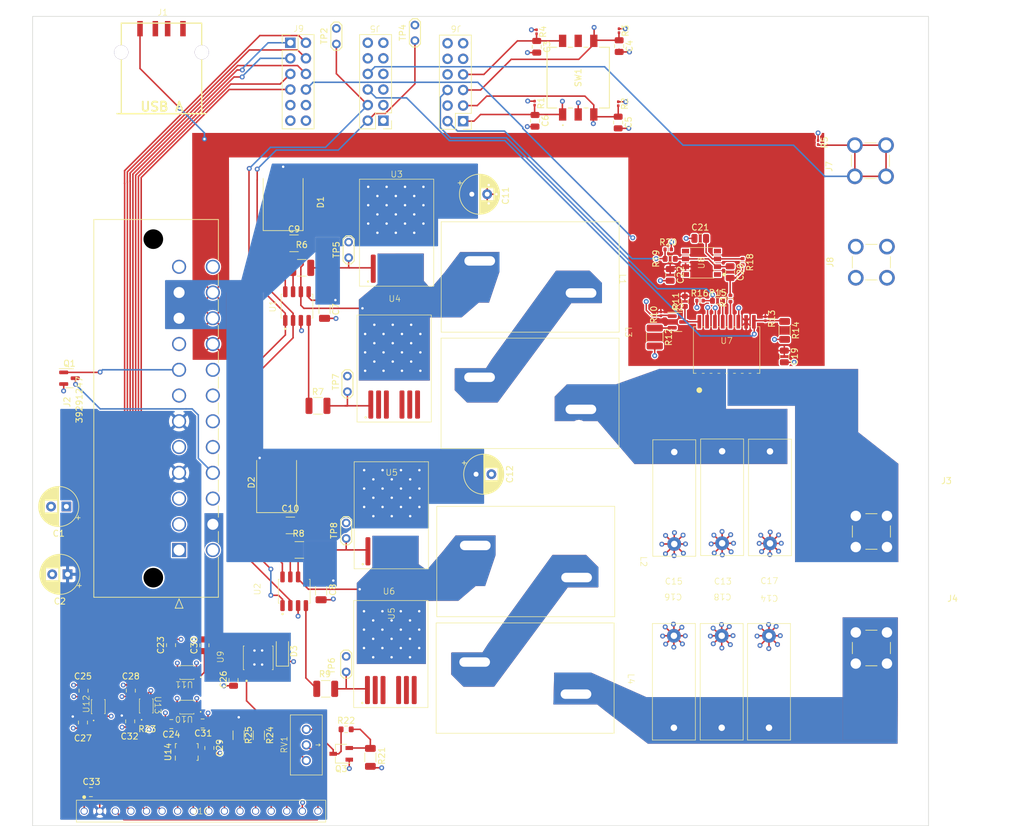
<source format=kicad_pcb>
(kicad_pcb (version 20221018) (generator pcbnew)
  (layers (0 "F.Cu" signal) (1 "In1.Cu" signal "GND") (2 "In2.Cu" signal "PWR") (31 "B.Cu" signal) (34 "B.Paste" user) (35 "F.Paste" user) (36 "B.SilkS" user "B.Silkscreen") (37 "F.SilkS" user "F.Silkscreen") (38 "B.Mask" user) (39 "F.Mask" user) (44 "Edge.Cuts" user))
  (net 0 "")
  (net 1 "+3.3V")
  (net 2 "COM")
  (net 3 "+5V")
  (net 4 "Net-(SW1-8)")
  (net 5 "Net-(SW1-2)")
  (net 6 "Net-(SW1-4)")
  (net 7 "Net-(C6-Pad1)")
  (net 8 "+12V")
  (net 9 "Net-(D1-K)")
  (net 10 "Net-(U1-VS)")
  (net 11 "Net-(D2-K)")
  (net 12 "Net-(U2-VS)")
  (net 13 "AMP_OUT")
  (net 14 "OCTA_IN")
  (net 15 "Net-(U8--IN)")
  (net 16 "Net-(C20-Pad2)")
  (net 17 "Net-(U8-+IN)")
  (net 18 "-5V")
  (net 19 "Net-(D3-A)")
  (net 22 "PWR_OK")
  (net 24 "-12V")
  (net 25 "PWR_ON#")
  (net 27 "OCTA_OUT")
  (net 28 "RELAY_TRIP_N")
  (net 31 "OC_RESET_N")
  (net 33 "CONTRAST")
  (net 34 "Net-(J10-RS)")
  (net 35 "Net-(J10-R{slash}W)")
  (net 36 "Net-(J10-E)")
  (net 37 "Net-(J10-DB0)")
  (net 38 "Net-(J10-DB1)")
  (net 39 "Net-(J10-DB2)")
  (net 40 "Net-(J10-DB3)")
  (net 41 "Net-(J10-DB4)")
  (net 42 "Net-(J10-DB5)")
  (net 43 "Net-(J10-DB6)")
  (net 44 "Net-(J10-DB7)")
  (net 45 "LEDA")
  (net 46 "Net-(L1-Pad2)")
  (net 47 "Net-(L2-Pad2)")
  (net 48 "Net-(Q2-S)")
  (net 49 "V_OC")
  (net 50 "Net-(Q3-B)")
  (net 51 "Net-(Q3-E)")
  (net 52 "Net-(U1-HO)")
  (net 53 "Net-(U3-Gate)")
  (net 54 "Net-(U1-LO)")
  (net 55 "Net-(U4-Gate)")
  (net 56 "Net-(U2-HO)")
  (net 57 "Net-(U5-Gate)")
  (net 58 "Net-(U2-LO)")
  (net 59 "Net-(U6-Gate)")
  (net 60 "FAULT_N")
  (net 61 "Net-(U7-VREF)")
  (net 62 "C_REF")
  (net 63 "Net-(U7-VOUT)")
  (net 64 "C_SENSE")
  (net 65 "INV")
  (net 66 "NON_INV")
  (net 72 "Net-(U10-A1)")
  (net 73 "Net-(U10-A2)")
  (net 74 "RCLK")
  (net 75 "SRCLK")
  (net 76 "Net-(U11-A1)")
  (net 77 "Net-(U11-A2)")
  (net 78 "SER")
  (net 79 "*OE")
  (net 80 "Net-(U12-B2)")
  (net 81 "Net-(U12-B1)")
  (net 82 "Net-(U13-B1)")
  (footprint "CustomFootprints:IPB009N03L" (layer "F.Cu") (at 135.371615 130.70027 -90)
    (fp_text reference "U6")
    (fp_text value "IPB009N03L G")
  )
  (footprint "Resistor_SMD:R_1206_3216Metric" (layer "F.Cu") (at 113.86 147.2175 -90)
    (fp_text reference "R24")
    (fp_text value "10")
  )
  (footprint "Resistor_SMD:R_0402_1005Metric" (layer "F.Cu") (at 180.5735 67.9928)
    (fp_text reference "R20")
    (fp_text value "325")
  )
  (footprint "Resistor_SMD:R_0603_1608Metric" (layer "F.Cu") (at 180.8985 69.5428 180)
    (fp_text reference "R19")
    (fp_text value "1k")
  )
  (footprint "Resistor_SMD:R_1210_3225Metric" (layer "F.Cu") (at 120.8625 71)
    (fp_text reference "R6")
    (fp_text value "10")
  )
  (footprint "CustomFootprints:AGP2923-103KL" (layer "F.Cu") (at 158.087 72.488)
    (fp_text reference "L1")
    (fp_text value "10uH")
  )
  (footprint "Capacitor_SMD:C_0805_2012Metric" (layer "F.Cu") (at 92.9 144.95 -90)
    (fp_text reference "C32")
    (fp_text value ".01u")
  )
  (footprint "Capacitor_SMD:C_0805_2012Metric" (layer "F.Cu") (at 85.3 139.95 90)
    (fp_text reference "C25")
    (fp_text value ".01u")
  )
  (footprint "CustomFootprints:IPB009N03L" (layer "F.Cu") (at 136.317 61.99 -90)
    (fp_text reference "U3")
    (fp_text value "IPB009N03L G" hide)
  )
  (footprint "TestPoint:TestPoint_2Pads_Pitch2.54mm_Drill0.8mm" (layer "F.Cu") (at 128.1 115.14 90)
    (fp_text reference "TP8")
    (fp_text value "TestPoint")
  )
  (footprint "TestPoint:TestPoint_2Pads_Pitch2.54mm_Drill0.8mm" (layer "F.Cu") (at 139.3 33.95 90)
    (fp_text reference "TP4")
    (fp_text value "TestPoint")
  )
  (footprint "Capacitor_SMD:C_1206_3216Metric" (layer "F.Cu") (at 124.57 77.76 -90)
    (fp_text reference "C7")
    (fp_text value "1u")
  )
  (footprint "Resistor_SMD:R_0603_1608Metric" (layer "F.Cu") (at 188.615 76.39 180)
    (fp_text reference "R15")
    (fp_text value "1k")
  )
  (footprint "Resistor_SMD:R_0201_0603Metric" (layer "F.Cu") (at 179.38 78.5 -90)
    (fp_text reference "R10")
    (fp_text value "10k")
  )
  (footprint "Resistor_SMD:R_0201_0603Metric" (layer "F.Cu") (at 172.433 44.24 -90)
    (fp_text reference "R2")
    (fp_text value "10k")
  )
  (footprint "Resistor_SMD:R_0201_0603Metric" (layer "F.Cu") (at 196.41 79.3 -90)
    (fp_text reference "R13")
    (fp_text value "10k")
  )
  (footprint "CustomFootprints:S_USB_006_M14.8x14.9" (layer "F.Cu") (at 98 45.85)
    (fp_text reference "J1")
    (fp_text value "USB_A")
  )
  (footprint "CustomFootprints:B32522C0335J000" (layer "F.Cu") (at 189.364 108.411 -90)
    (fp_text reference "C13")
    (fp_text value "3.3u")
  )
  (footprint "CustomFootprints:LTC6240IS8TRMPBF" (layer "F.Cu") (at 186 70 180)
    (fp_text reference "U8")
    (fp_text value "Op Amp")
  )
  (footprint "CustomFootprints:CALTEST_CT3151-2" (layer "F.Cu") (at 213.687 132.995 90)
    (fp_text reference "J4")
    (fp_text value "Black Banana Jack")
  )
  (footprint "Package_DFN_QFN:DHVQFN-16-1EP_2.5x3.5mm_P0.5mm_EP1x2mm" (layer "F.Cu") (at 102.1125 149.95 90)
    (fp_text reference "U14")
    (fp_text value "SN74LV595ARGYR")
  )
  (footprint "Capacitor_SMD:C_0805_2012Metric" (layer "F.Cu") (at 109.74 138.2 -90)
    (fp_text reference "C26")
    (fp_text value ".01u")
  )
  (footprint "CustomFootprints:1-534237-4" (layer "F.Cu") (at 104.447 159.595)
    (fp_text reference "J10")
    (fp_text value "LCD_Conn")
  )
  (footprint "CustomFootprints:SN74LVC2T45DCURE4" (layer "F.Cu") (at 87.69 142.565 90)
    (fp_text reference "U12")
    (fp_text value "SN74LVC2T45DCURE4")
  )
  (footprint "Capacitor_SMD:C_0805_2012Metric" (layer "F.Cu") (at 158.873 47.025 -90)
    (fp_text reference "C6")
    (fp_text value ".01u")
  )
  (footprint "Resistor_SMD:R_0201_0603Metric" (layer "F.Cu") (at 205 50.57 -90)
    (fp_text reference "R5")
    (fp_text value "10k")
  )
  (footprint "CustomFootprints:B32522C0335J000" (layer "F.Cu") (at 181.564 108.536 -90)
    (fp_text reference "C15")
    (fp_text value "3.3u")
  )
  (footprint "Package_TO_SOT_SMD:SOT-23" (layer "F.Cu") (at 182.1625 79.825)
    (fp_text reference "Q2")
    (fp_text value "BSS138-7-F")
  )
  (footprint "Package_TO_SOT_SMD:TSOT-23" (layer "F.Cu") (at 127.29 150.25 180)
    (fp_text reference "Q3")
    (fp_text value "NPN")
  )
  (footprint "Capacitor_SMD:C_0805_2012Metric" (layer "F.Cu") (at 99.555 132.53 90)
    (fp_text reference "C23")
    (fp_text value ".01u")
  )
  (footprint "CustomFootprints:PMOD" (layer "F.Cu") (at 132.81 41.5 180)
    (fp_text reference "J5")
    (fp_text value "2x6 Pin Header")
  )
  (footprint "Diode_SMD:D_SMC" (layer "F.Cu") (at 116.761615 106 90)
    (fp_text reference "D2")
    (fp_text value "MURS320T3G")
  )
  (footprint "Capacitor_SMD:C_0805_2012Metric" (layer "F.Cu") (at 105 132.55 90)
    (fp_text reference "C30")
    (fp_text value ".01u")
  )
  (footprint "TestPoint:TestPoint_2Pads_Pitch2.54mm_Drill0.8mm" (layer "F.Cu") (at 126.5 34.5 90)
    (fp_text reference "TP2")
    (fp_text value "TestPoint")
  )
  (footprint "Capacitor_SMD:C_0805_2012Metric" (layer "F.Cu") (at 105.8 149.3 -90)
    (fp_text reference "C29")
    (fp_text value ".01u")
  )
  (footprint "Capacitor_SMD:C_0805_2012Metric" (layer "F.Cu") (at 86.5 156.5 180)
    (fp_text reference "C33")
    (fp_text value ".01u")
  )
  (footprint "CustomFootprints:IR2181" (layer "F.Cu") (at 120.077 77.245 90)
    (fp_text reference "U1")
    (fp_text value "IR2181STRPBF")
  )
  (footprint "CustomFootprints:SN74LVC2T45DCURE4" (layer "F.Cu") (at 95.51 142.445 90)
    (fp_text reference "U13")
    (fp_text value "SN74LVC2T45DCURE4")
  )
  (footprint "Capacitor_THT:CP_Radial_D6.3mm_P2.50mm" (layer "F.Cu") (at 148.577 58.995)
    (fp_text reference "C11")
    (fp_text value "100u")
  )
  (footprint "Package_TO_SOT_SMD:SOT-23" (layer "F.Cu") (at 83 89)
    (fp_text reference "Q1")
    (fp_text value "BSS138-7-F")
  )
  (footprint "Capacitor_SMD:C_0805_2012Metric" (layer "F.Cu") (at 172.423 47.305 -90)
    (fp_text reference "C5")
    (fp_text value ".01u")
  )
  (footprint "CustomFootprints:CALTEST_CT3151-2" (layer "F.Cu") (at 213.687 70.08 90)
    (fp_text reference "J8")
    (fp_text value "CT3151-2")
  )
  (footprint "Capacitor_SMD:C_0805_2012Metric" (layer "F.Cu") (at 104.7 145.3)
    (fp_text reference "C31")
    (fp_text value ".01u")
  )
  (footprint "CustomFootprints:MCA1101-20-5" (layer "F.Cu") (at 190.095 84.4)
    (fp_text reference "U7")
    (fp_text value "Current Sensor")
  )
  (footprint "Resistor_SMD:R_0201_0603Metric" (layer "F.Cu") (at 159.123 32.505 -90)
    (fp_text reference "R4")
    (fp_text value "10k")
  )
  (footprint "CustomFootprints:B32522C0335J000" (layer "F.Cu") (at 189.296 138.5 90)
    (fp_text reference "C18")
    (fp_text value "3.3u")
  )
  (footprint "CustomFootprints:AGP2923-103KL" (layer "F.Cu") (at 157.261615 137.90027)
    (fp_text reference "L4")
    (fp_text value "10uH")
  )
  (footprint "Resistor_SMD:R_1206_3216Metric" (layer "F.Cu") (at 199.55 81.2075 -90)
    (fp_text reference "R14")
    (fp_text value "20k")
  )
  (footprint "Diode_SMD:D_SMC" (layer "F.Cu") (at 117.827 60.02 90)
    (fp_text reference "D1")
    (fp_text value "MURS320T3G")
  )
  (footprint "CustomFootprints:SN74LVC2T45DCURE4" (layer "F.Cu") (at 102.145419 137 180)
    (fp_text reference "U11")
    (fp_text value "SN74LVC2T45DCURE4")
  )
  (footprint "Resistor_SMD:R_0603_1608Metric" (layer "F.Cu") (at 128.09 146.26)
    (fp_text reference "R22")
    (fp_text value "1k")
  )
  (footprint "TestPoint:TestPoint_2Pads_Pitch2.54mm_Drill0.8mm" (layer "F.Cu") (at 128.1 136.9 90)
    (fp_text reference "TP6")
    (fp_text value "TestPoint")
  )
  (footprint "CustomFootprints:CALTEST_CT3151-2" (layer "F.Cu") (at 213.537 53.54 90)
    (fp_text reference "J7")
    (fp_text value "CT3151-2")
  )
  (footprint "Resistor_SMD:R_0402_1005Metric" (layer "F.Cu") (at 192.7 70.01 90)
    (fp_text reference "R18")
    (fp_text value "3.74k")
  )
  (footprint "CustomFootprints:IR2181" (layer "F.Cu") (at 119.626615 123.74527 90)
    (fp_text reference "U2")
    (fp_text value "IR2181STRPBF")
  )
  (footprint "TestPoint:TestPoint_2Pads_Pitch2.54mm_Drill0.8mm" (layer "F.Cu") (at 128.3 91.2 90)
    (fp_text reference "TP7")
    (fp_text value "TestPoint")
  )
  (footprint "CustomFootprints:221AMC16R" (layer "F.Cu") (at 165.91 39.990002 90)
    (fp_text reference "SW1")
    (fp_text value "Rotary Switch")
  )
  (footprint "Resistor_SMD:R_0201_0603Metric" (layer "F.Cu") (at 95.635 145.16)
    (fp_text reference "R23")
    (fp_text value "10k")
  )
  (footprint "CustomFootprints:B32522C0335J000" (layer "F.Cu") (at 181.506 138.5 90)
    (fp_text reference "C16")
    (fp_text value "3.3u")
  )
  (footprint "Capacitor_THT:CP_Radial_D6.3mm_P2.50mm" (layer "F.Cu") (at 149.264621 104.655)
    (fp_text reference "C12")
    (fp_text value "100u")
  )
  (footprint "Resistor_SMD:R_1206_3216Metric" (layer "F.Cu") (at 132.04 150.83 -90)
    (fp_text reference "R21")
    (fp_text value "3.1k")
  )
  (footprint "CustomFootprints:3386W-1-102RLF" (layer "F.Cu") (at 121.6 148.8 90)
    (fp_text reference "RV1")
    (fp_text value "1K")
  )
  (footprint "Resistor_SMD:R_0402_1005Metric" (layer "F.Cu") (at 190.72 76 90)
    (fp_text reference "R17")
    (fp_text value "3.74k")
  )
  (footprint "CustomFootprints:SN74LVC2T45DCURE4" (layer "F.Cu") (at 102.132766 142.65 180)
    (fp_text reference "U10")
    (fp_text value "SN74LVC2T45DCURE4")
  )
  (footprint "Resistor_SMD:R_1206_3216Metric" (layer "F.Cu") (at 110.57 147.2175 -90)
    (fp_text reference "R25")
    (fp_text value "10")
  )
  (footprint "CustomFootprints:B32522C0335J000" (layer "F.Cu") (at 197.164 108.436 -90)
    (fp_text reference "C17")
    (fp_text value "3.3u")
  )
  (footprint "CustomFootprints:L79L05ABD13TR" (layer "F.Cu") (at 113.765 134.6 90)
    (fp_text reference "U9")
    (fp_text value "L79L05ABD13TR")
  )
  (footprint "Resistor_SMD:R_1210_3225Metric" (layer "F.Cu") (at 120.4625 117)
    (fp_text reference "R8")
    (fp_text value "10")
  )
  (footprint "Capacitor_SMD:C_0805_2012Metric" (layer "F.Cu") (at 185.8 66.2 180)
    (fp_text reference "C21")
    (fp_text value ".01u")
  )
  (footprint "Capacitor_SMD:C_0805_2012Metric" (layer "F.Cu") (at 190.67 71.7 -90)
    (fp_text reference "C20")
    (fp_text value ".01u")
  )
  (footprint "CustomFootprints:AGP2923-103KL" (layer "F.Cu") (at 158.062 91.465)
    (fp_text reference "L3")
    (fp_text value "10uH")
  )
  (footprint "Resistor_SMD:R_1210_3225Metric" (layer "F.Cu") (at 178.38 82.2875 -90)
    (fp_text reference "R12")
    (fp_text value "3.3k")
  )
  (footprint "Capacitor_SMD:C_1210_3225Metric" (layer "F.Cu") (at 119 113)
    (fp_text reference "C10")
    (fp_text value "0.47u")
  )
  (footprint "CustomFootprints:CON_39291247" (layer "F.Cu") (at 100.867 117.024989 -90)
    (fp_text reference "J2")
    (fp_text value "ATX-24")
  )
  (footprint "CustomFootprints:AGP2923-103KL" (layer "F.Cu") (at 157.361615 118.89027)
    (fp_text reference "L2")
    (fp_text value "10uH")
  )
  (footprint "Capacitor_SMD:C_0805_2012Metric" (layer "F.Cu") (at 159.153 34.955 -90)
    (fp_text reference "C3")
    (fp_text value ".01u")
  )
  (footprint "Capacitor_SMD:C_0805_2012Metric" (layer "F.Cu") (at 85.2 145.15 90)
    (fp_text reference "C27")
    (fp_text value ".01u")
  )
  (footprint "Capacitor_SMD:C_1206_3216Metric" (layer "F.Cu") (at 124.011615 123.65027 -90)
    (fp_text reference "C8")
    (fp_text value "1u")
  )
  (footprint "Capacitor_SMD:C_1210_3225Metric" (layer "F.Cu") (at 119.6 67)
    (fp_text reference "C9")
    (fp_text value "0.47u")
  )
  (footprint "TestPoint:TestPoint_2Pads_Pitch2.54mm_Drill0.8mm" (layer "F.Cu") (at 128.5 69.35 90)
    (fp_text reference "TP5")
    (fp_text value "TestPoint")
  )
  (footprint "Capacitor_SMD:C_0805_2012Metric" (layer "F.Cu") (at 99.6 145.4 180)
    (fp_text reference "C24")
    (fp_text value ".01u")
  )
  (footprint "Resistor_SMD:R_0402_1005Metric" (layer "F.Cu") (at 185.76 76.35 180)
    (fp_text reference "R16")
    (fp_text value "325")
  )
  (footprint "CustomFootprints:B32522C0335J000" (layer "F.Cu") (at 197 138.5 90)
    (fp_text reference "C14")
    (fp_text value "3.3u")
  )
  (footprint "CustomFootprints:PMOD" (layer "F.Cu") (at 145.81 41.58 180)
    (fp_text reference "J6")
    (fp_text value "2x6 Pin Header")
  )
  (footprint "Resistor_SMD:R_0201_0603Metric" (layer "F.Cu") (at 172.553 32.335 -90)
    (fp_text reference "R3")
    (fp_text value "10k")
  )
  (footprint "Capacitor_SMD:C_0805_2012Metric" (layer "F.Cu") (at 180.9 72.15 -90)
    (fp_text reference "C22")
    (fp_text value ".01u")
  )
  (footprint "CustomFootprints:CALTEST_CT3151-2" (layer "F.Cu") (at 213.687 113.995 90)
    (fp_text reference "J3")
    (fp_text value "Red Banana Jack")
  )
  (footprint "Capacitor_THT:CP_Radial_D6.3mm_P2.50mm" (layer "F.Cu") (at 82.69 120.98 180)
    (fp_text reference "C2")
    (fp_text value "100u")
  )
  (footprint "Capacitor_SMD:C_0805_2012Metric" (layer "F.Cu") (at 172.583 34.845 -90)
    (fp_text reference "C4")
    (fp_text value ".01u")
  )
  (footprint "Capacitor_THT:CP_Radial_D6.3mm_P2.50mm" (layer "F.Cu") (at 82.5 109.92 180)
    (fp_text reference "C1")
    (fp_text value "100u")
  )
  (footprint "Resistor_SMD:R_1210_3225Metric" (layer "F.Cu") (at 124.761615 139.65027)
    (fp_text reference "R9")
    (fp_text value "10")
  )
  (footprint "Resistor_SMD:R_0603_1608Metric" (layer "F.Cu") (at 183.3 76.465 -90)
    (fp_text reference "R11")
    (fp_text value "33k")
  )
  (footprint "Resistor_SMD:R_0201_0603Metric" (layer "F.Cu") (at 158.803 44.145 -90)
    (fp_text reference "R1")
    (fp_text value "10k")
  )
  (footprint "Resistor_SMD:R_1210_3225Metric" (layer "F.Cu") (at 123.5 93.5)
    (fp_text reference "R7")
    (fp_text value "10")
  )
  (footprint "Capacitor_SMD:C_0805_2012Metric" (layer "F.Cu") (at 93 139.95 90)
    (fp_text reference "C28")
    (fp_text value ".01u")
  )
  (footprint "CustomFootprints:IPB009N03L" (layer "F.Cu") (at 135.919 84.145 -90)
    (fp_text reference "U4")
    (fp_text value "IPB009N03L G")
  )
  (footprint "Capacitor_SMD:C_0805_2012Metric" (layer "F.Cu") (at 199.5 85.45 -90)
    (fp_text reference "C19")
    (fp_text value ".01u")
  )
  (footprint "CustomFootprints:PMOD" (layer "F.Cu") (at 120.35 39.8)
    (fp_text reference "J9")
    (fp_text value "2x6 Pin Header")
  )
  (footprint "CustomFootprints:IPB009N03L" (layer "F.Cu") (at 135.451615 108.07527 -90)
    (fp_text reference "U5")
    (fp_text value "IPB009N03L G")
  )
  (footprint "Diode_SMD:D_SOD-123" (layer "F.Cu") (at 117.705 133.59 90)
    (fp_text reference "D3")
    (fp_text value "SZMMSZ4679T1G")
  )
  (gr_rect (start 77 30) (end 223 162) (stroke (width 0.1)) (fill none) (layer "Edge.Cuts"))
  (gr_text "U5" (at 135.484615 127.39227 90) (layer "F.SilkS") (effects (font (size 1 1) (thickness 0.1))))
  (segment (start 85.03 146.07) (end 83.63 146.07) (width 0.25) (layer "F.Cu") (net 1))
  (segment (start 158.283 32.185) (end 159.123 32.185) (width 0.25) (layer "F.Cu") (net 1))
  (segment (start 101.086104 137.75) (end 100.595419 137.75) (width 0.25) (layer "F.Cu") (net 1))
  (segment (start 99.555 133.48) (end 100.305 133.48) (width 0.25) (layer "F.Cu") (net 1))
  (segment (start 94.735 140.92) (end 94.76 140.895) (width 0.25) (layer "F.Cu") (net 1))
  (segment (start 83.63 146.07) (end 83.62 146.06) (width 0.25) (layer "F.Cu") (net 1))
  (segment (start 100.582766 143.4) (end 100.582766 144.887234) (width 0.25) (layer "F.Cu") (net 1))
  (segment (start 172.553 32.015) (end 173.583 32.015) (width 0.25) (layer "F.Cu") (net 1))
  (segment (start 94.61 140.895) (end 94.605 140.9) (width 0.25) (layer "F.Cu") (net 1))
  (segment (start 100.305 133.48) (end 101.5 134.675) (width 0.25) (layer "F.Cu") (net 1))
  (segment (start 93 140.9) (end 91.56 140.9) (width 0.25) (layer "F.Cu") (net 1))
  (segment (start 172.433 43.92) (end 173.648 43.92) (width 0.25) (layer "F.Cu") (net 1))
  (segment (start 101.5 134.675) (end 101.5 137.336104) (width 0.25) (layer "F.Cu") (net 1))
  (segment (start 173.648 43.92) (end 173.653 43.925) (width 0.25) (layer "F.Cu") (net 1))
  (segment (start 85.05 140.93) (end 86.855 140.93) (width 0.25) (layer "F.Cu") (net 1))
  (segment (start 86.855 140.93) (end 86.94 141.015) (width 0.25) (layer "F.Cu") (net 1))
  (segment (start 157.703 43.825) (end 158.803 43.825) (width 0.25) (layer "F.Cu") (net 1))
  (segment (start 93 140.9) (end 94.605 140.9) (width 0.25) (layer "F.Cu") (net 1))
  (segment (start 101.5 137.336104) (end 101.086104 137.75) (width 0.25) (layer "F.Cu") (net 1))
  (segment (start 205 50.25) (end 205 49.25) (width 0.25) (layer "F.Cu") (net 1))
  (segment (start 83.73 140.93) (end 83.71 140.91) (width 0.25) (layer "F.Cu") (net 1))
  (segment (start 91.56 140.9) (end 91.55 140.91) (width 0.25) (layer "F.Cu") (net 1))
  (segment (start 94.76 140.895) (end 94.61 140.895) (width 0.25) (layer "F.Cu") (net 1))
  (segment (start 85.05 140.93) (end 83.73 140.93) (width 0.25) (layer "F.Cu") (net 1))
  (segment (start 100.582766 144.887234) (end 100.53 144.94) (width 0.25) (layer "F.Cu") (net 1))
  (segment (start 157.683 43.805) (end 157.703 43.825) (width 0.25) (layer "F.Cu") (net 1))
  (via (at 205 49) (size 0.8) (drill 0.4) (layers "F.Cu" "B.Cu") (net 1))
  (via (at 173.583 32.015) (size 0.8) (drill 0.4) (layers "F.Cu" "B.Cu") (net 1))
  (via (at 83.62 146.06) (size 0.8) (drill 0.4) (layers "F.Cu" "B.Cu") (net 1))
  (via (at 157.683 43.805) (size 0.8) (drill 0.4) (layers "F.Cu" "B.Cu") (net 1))
  (via (at 158.283 32.185) (size 0.8) (drill 0.4) (layers "F.Cu" "B.Cu") (net 1))
  (via (at 83.71 140.91) (size 0.8) (drill 0.4) (layers "F.Cu" "B.Cu") (net 1))
  (via (at 91.55 140.91) (size 0.8) (drill 0.4) (layers "F.Cu" "B.Cu") (net 1))
  (via (at 173.653 43.925) (size 0.8) (drill 0.4) (layers "F.Cu" "B.Cu") (net 1))
  (segment (start 181.564 116.036) (end 179.569 116.036) (width 0.25) (layer "F.Cu") (net 2))
  (segment (start 197 129.226655) (end 196.938615 129.16527) (width 0.25) (layer "F.Cu") (net 2))
  (segment (start 197 131) (end 197 131.113885) (width 0.25) (layer "F.Cu") (net 2))
  (segment (start 96.26 140.895) (end 96.26 139.94) (width 0.25) (layer "F.Cu") (net 2))
  (segment (start 189.296 131) (end 189.296 131.042655) (width 0.25) (layer "F.Cu") (net 2))
  (segment (start 181.564 117.911) (end 181.54 117.935) (width 0.25) (layer "F.Cu") (net 2))
  (segment (start 197 131) (end 195.103885 131) (width 0.25) (layer "F.Cu") (net 2))
  (segment (start 83.68 139.03) (end 83.67 139.04) (width 0.25) (layer "F.Cu") (net 2))
  (segment (start 197 131) (end 197 131.026655) (width 0.25) (layer "F.Cu") (net 2))
  (segment (start 197 131) (end 198.823885 131) (width 0.25) (layer "F.Cu") (net 2))
  (segment (start 181.506 131) (end 181.506 130.907885) (width 0.25) (layer "F.Cu") (net 2))
  (segment (start 151.077 58.995) (end 151.077 60.245) (width 0.25) (layer "F.Cu") (net 2))
  (segment (start 179.569 116.036) (end 179.54 116.065) (width 0.25) (layer "F.Cu") (net 2))
  (segment (start 126.405 79.235) (end 126.43 79.26) (width 0.25) (layer "F.Cu") (net 2))
  (segment (start 185.25 76.35) (end 185.25 77.48) (width 0.25) (layer "F.Cu") (net 2))
  (segment (start 165.91 44.11) (end 165.93 44.09) (width 0.25) (layer "F.Cu") (net 2))
  (segment (start 197.164 115.936) (end 197.291 115.936) (width 0.25) (layer "F.Cu") (net 2))
  (segment (start 102.1125 149.95) (end 102.13 149.95) (width 0.25) (layer "F.Cu") (net 2))
  (segment (start 189.296 131) (end 189.296 130.737885) (width 0.25) (layer "F.Cu") (net 2))
  (segment (start 172.563 35.355) (end 172.603 35.395) (width 0.25) (layer "F.Cu") (net 2))
  (segment (start 181.564 116.036) (end 183.379 116.036) (width 0.25) (layer "F.Cu") (net 2))
  (segment (start 199.55 82.67) (end 197.91 82.67) (width 0.25) (layer "F.Cu") (net 2))
  (segment (start 102.1125 149.95) (end 102.1125 149.95) (width 0.25) (layer "F.Cu") (net 2))
  (segment (start 197 131) (end 197 130.996655) (width 0.25) (layer "F.Cu") (net 2))
  (segment (start 189.364 115.911) (end 189.436 115.911) (width 0.25) (layer "F.Cu") (net 2))
  (segment (start 165.91 45.99) (end 165.91 44.11) (width 0.25) (layer "F.Cu") (net 2))
  (segment (start 181.0835 67.9928) (end 181.0835 66.8628) (width 0.25) (layer "F.Cu") (net 2))
  (segment (start 120.261615 127.798385) (end 120.26 127.8) (width 0.25) (layer "F.Cu") (net 2))
  (segment (start 85.397 156.953) (end 85.397 159.595) (width 0.25) (layer "F.Cu") (net 2))
  (segment (start 82.0625 89.95) (end 82.0625 91.0675) (width 0.25) (layer "F.Cu") (net 2))
  (segment (start 197 131) (end 197 133.053885) (width 0.25) (layer "F.Cu") (net 2))
  (segment (start 100.595419 136.25) (end 100.595419 135.455419) (width 0.25) (layer "F.Cu") (net 2))
  (segment (start 197.164 115.936) (end 197.189 115.936) (width 0.25) (layer "F.Cu") (net 2))
  (segment (start 181.506 131) (end 181.506 129.182655) (width 0.25) (layer "F.Cu") (net 2))
  (segment (start 197.164 115.936) (end 198.979 115.936) (width 0.25) (layer "F.Cu") (net 2))
  (segment (start 189.346 115.911) (end 188.02 114.585) (width 0.25) (layer "F.Cu") (net 2))
  (segment (start 181.506 131) (end 181.563345 131) (width 0.25) (layer "F.Cu") (net 2))
  (segment (start 192.077 77.555) (end 192.072 77.55) (width 0.25) (layer "F.Cu") (net 2))
  (segment (start 106.04 150.19) (end 107.48 150.19) (width 0.25) (layer "F.Cu") (net 2))
  (segment (start 132 152.5225) (end 133.87 152.5225) (width 0.25) (layer "F.Cu") (net 2))
  (segment (start 95.955 144.875) (end 95.955 145.16) (width 0.25) (layer "F.Cu") (net 2))
  (segment (start 183.343345 131) (end 183.358615 131.01527) (width 0.25) (layer "F.Cu") (net 2))
  (segment (start 197 130.996655) (end 195.588615 129.58527) (width 0.25) (layer "F.Cu") (net 2))
  (segment (start 197 131) (end 197 129.226655) (width 0.25) (layer "F.Cu") (net 2))
  (segment (start 189.296 131) (end 189.223885 131) (width 0.25) (layer "F.Cu") (net 2))
  (segment (start 181.506 132.837885) (end 181.488615 132.85527) (width 0.25) (layer "F.Cu") (net 2))
  (segment (start 98.63 144.94) (end 98.63 143.57) (width 0.25) (layer "F.Cu") (net 2))
  (segment (start 198.979 115.936) (end 199 115.915) (width 0.25) (layer "F.Cu") (net 2))
  (segment (start 91.77 139.03) (end 91.8 139) (width 0.25) (layer "F.Cu") (net 2))
  (segment (start 181.564 116.201) (end 180.13 117.635) (width 0.25) (layer "F.Cu") (net 2))
  (segment (start 100.595419 135.455419) (end 100.58 135.44) (width 0.25) (layer "F.Cu") (net 2))
  (segment (start 189.296 131.042655) (end 190.698615 132.44527) (width 0.25) (layer "F.Cu") (net 2))
  (segment (start 181.506 130.972655) (end 180.088615 129.55527) (width 0.25) (layer "F.Cu") (net 2))
  (segment (start 124.57 79.235) (end 126.405 79.235) (width 0.25) (layer "F.Cu") (net 2))
  (segment (start 102.13 149.9675) (end 102.3625 150.2) (width 0.25) (layer "F.Cu") (net 2))
  (segment (start 189.364 116.221) (end 188.08 117.505) (width 0.25) (layer "F.Cu") (net 2))
  (segment (start 91.8 139) (end 93 139) (width 0.25) (layer "F.Cu") (net 2))
  (segment (start 181.506 130.907885) (end 182.798615 129.61527) (width 0.25) (layer "F.Cu") (net 2))
  (segment (start 189.364 115.911) (end 189.364 117.779) (width 0.25) (layer "F.Cu") (net 2))
  (segment (start 197.164 117.731) (end 197.14 117.755) (width 0.25) (layer "F.Cu") (net 2))
  (segment (start 102.3625 150.2) (end 103.8 150.2) (width 0.25) (layer "F.Cu") (net 2))
  (segment (start 181.564 116.036) (end 181.564 116.021) (width 0.25) (layer "F.Cu") (net 2))
  (segment (start 172.583 35.795) (end 174.253 35.795) (width 0.25) (layer "F.Cu") (net 2))
  (segment (start 100.545419 141.2) (end 100.545419 141.862653) (width 0.25) (layer "F.Cu") (net 2))
  (segment (start 103.695419 136.25) (end 103.695419 135.434581) (width 0.25) (layer "F.Cu") (net 2))
  (segment (start 181.506 131.017885) (end 180.168615 132.35527) (width 0.25) (layer "F.Cu") (net 2))
  (segment (start 181.564 116.036) (end 181.541 116.036) (width 0.25) (layer "F.Cu") (net 2))
  (segment (start 103.745419 141.2) (end 103.745419 141.837347) (width 0.25) (layer "F.Cu") (net 2))
  (segment (start 120.957 158.243) (end 121 158.2) (width 0.25) (layer "F.Cu") (net 2))
  (segment (start 151.077 60.245) (end 151.327 60.495) (width 0.25) (layer "F.Cu") (net 2))
  (segment (start 197.139 115.936) (end 195.8 117.275) (width 0.25) (layer "F.Cu") (net 2))
  (segment (start 103.695419 135.434581) (end 103.7 135.43) (width 0.25) (layer "F.Cu") (net 2))
  (segment (start 183.379 116.036) (end 183.39 116.025) (width 0.25) (layer "F.Cu") (net 2))
  (segment (start 197.164 115.936) (end 197.164 114.121) (width 0.25) (layer "F.Cu") (net 2))
  (segment (start 189.436 115.911) (end 190.83 117.305) (width 0.25) (layer "F.Cu") (net 2))
  (segment (start 181.564 116.036) (end 181.564 116.201) (width 0.25) (layer "F.Cu") (net 2))
  (segment (start 189.364 115.911) (end 189.364 116.221) (width 0.25) (layer "F.Cu") (net 2))
  (segment (start 197 130.643885) (end 198.168615 129.47527) (width 0.25) (layer "F.Cu") (net 2))
  (segment (start 189.296 131) (end 187.493885 131) (width 0.25) (layer "F.Cu") (net 2))
  (segment (start 197.164 115.936) (end 195.411 115.936) (width 0.25) (layer "F.Cu") (net 2))
  (segment (start 197.164 114.121) (end 197.2 114.085) (width 0.25) (layer "F.Cu") (net 2))
  (segment (start 88.44 144.115) (end 89.795 144.115) (width 0.25) (layer "F.Cu") (net 2))
  (segment (start 105 131.6) (end 103.27 131.6) (width 0.25) (layer "F.Cu") (net 2))
  (segment (start 85.05 139.03) (end 83.68 139.03) (width 0.25) (layer "F.Cu") (net 2))
  (segment (start 96.26 139.94) (end 96.27 139.93) (width 0.25) (layer "F.Cu") (net 2))
  (segment (start 133.87 152.5225) (end 133.88 152.5325) (width 0.25) (layer "F.Cu") (net 2))
  (segment (start 181.563345 131) (end 182.888615 132.32527) (width 0.25) (layer "F.Cu") (net 2))
  (segment (start 128.6 152.64) (end 128.61 152.65) (width 0.25) (layer "F.Cu") (net 2))
  (segment (start 216.227 73.445) (end 216.252 73.42) (width 0.25) (layer "F.Cu") (net 2))
  (segment (start 91.61 145.88) (end 93.22 145.88) (width 0.25) (layer "F.Cu") (net 2))
  (segment (start 197.189 115.936) (end 198.57 114.555) (width 0.25) (layer "F.Cu") (net 2))
  (segment (start 95.76 143.995) (end 96.26 143.995) (width 0.25) (layer "F.Cu") (net 2))
  (segment (start 197 133.053885) (end 196.968615 133.08527) (width 0.25) (layer "F.Cu") (net 2))
  (segment (start 195.103885 131) (end 195.058615 131.04527) (width 0.25) (layer "F.Cu") (net 2))
  (segment (start 103.8 150.2) (end 106.03 150.2) (width 0.25) (layer "F.Cu") (net 2))
  (segment (start 95.955 146.285) (end 95.99 146.32) (width 0.25) (layer "F.Cu") (net 2))
  (segment (start 105.58 143.6) (end 105.59 143.59) (width 0.25) (layer "F.Cu") (net 2))
  (segment (start 106.5 150.2) (end 106.53 150.17) (width 0.25) (layer "F.Cu") (net 2))
  (segment (start 189.296 132.972655) (end 189.318615 132.99527) (width 0.25) (layer "F.Cu") (net 2))
  (segment (start 180.9 73.1) (end 179.3 73.1) (width 0.25) (layer "F.Cu") (net 2))
  (segment (start 100.545419 141.862653) (end 100.582766 141.9) (width 0.25) (layer "F.Cu") (net 2))
  (segment (start 184.85 66.2) (end 183.5 66.2) (width 0.25) (layer "F.Cu") (net 2))
  (segment (start 186.997 77.485) (end 187.012 77.47) (width 0.25) (layer "F.Cu") (net 2))
  (segment (start 197.164 115.936) (end 197.139 115.936) (width 0.25) (layer "F.Cu") (net 2))
  (segment (start 189.364 115.911) (end 189.346 115.911) (width 0.25) (layer "F.Cu") (net 2))
  (segment (start 197.291 115.936) (end 198.57 117.215) (width 0.25) (layer "F.Cu") (net 2))
  (segment (start 192.077 79.8) (end 192.077 77.555) (width 0.25) (layer "F.Cu") (net 2))
  (segment (start 188.267 79.8) (end 188.267 77.555) (width 0.25) (layer "F.Cu") (net 2))
  (segment (start 181.541 116.036) (end 180.15 114.645) (width 0.25) (layer "F.Cu") (net 2))
  (segment (start 174.253 35.795) (end 174.263 35.805) (width 0.25) (layer "F.Cu") (net 2))
  (segment (start 211.147 73.45) (end 211.152 73.445) (width 0.25) (layer "F.Cu") (net 2))
  (segment (start 189.296 130.737885) (end 190.528615 129.50527) (width 0.25) (layer "F.Cu") (net 2))
  (segment (start 189.296 131) (end 189.296 129.192655) (width 0.25) (layer "F.Cu") (net 2))
  (segment (start 197 131.113885) (end 195.538615 132.57527) (width 0.25) (layer "F.Cu") (net 2))
  (segment (start 189.296 129.192655) (end 189.268615 129.16527) (width 0.25) (layer "F.Cu") (net 2))
  (segment (start 85.85 156.5) (end 85.397 156.953) (width 0.25) (layer "F.Cu") (net 2))
  (segment (start 197.164 115.936) (end 197.001 115.936) (width 0.25) (layer "F.Cu") (net 2))
  (segment (start 181.0835 66.8628) (end 181.1335 66.8128) (width 0.25) (layer "F.Cu") (net 2))
  (segment (start 189.364 114.009) (end 189.35 113.995) (width 0.25) (layer "F.Cu") (net 2))
  (segment (start 181.506 129.182655) (end 181.428615 129.10527) (width 0.25) (layer "F.Cu") (net 2))
  (segment (start 181.564 116.036) (end 181.564 114.211) (width 0.25) (layer "F.Cu") (net 2))
  (segment (start 88.44 141.015) (end 88.44 144.115) (width 0.25) (layer "F.Cu") (net 2))
  (segment (start 181.506 131) (end 179.713885 131) (width 0.25) (layer "F.Cu") (net 2))
  (segment (start 189.364 115.911) (end 189.364 114.009) (width 0.25) (layer "F.Cu") (net 2))
  (segment (start 106.03 150.2) (end 106.04 150.19) (width 0.25) (layer "F.Cu") (net 2))
  (segment (start 195.411 115.936) (end 195.41 115.935) (width 0.25) (layer "F.Cu") (net 2))
  (segment (start 189.296 131) (end 189.296 132.972655) (width 0.25) (layer "F.Cu") (net 2))
  (segment (start 120.712 81.13) (end 120.827 81.245) (width 0.25) (layer "F.Cu") (net 2))
  (segment (start 89.795 144.115) (end 89.8 144.11) (width 0.25) (layer "F.Cu") (net 2))
  (segment (start 198.823885 131) (end 198.838615 130.98527) (width 0.25) (layer "F.Cu") (net 2))
  (segment (start 120.712 79.58) (end 120.712 81.13) (width 0.25) (layer "F.Cu") (net 2))
  (segment (start 151.077 58.995) (end 152.577 58.995) (width 0.25) (layer "F.Cu") (net 2))
  (segment (start 124.011615 125.12527) (end 125.87473 125.12527) (width 0.25) (layer "F.Cu") (net 2))
  (segment (start 91.58 145.91) (end 91.61 145.88) (width 0.25) (layer "F.Cu") (net 2))
  (segment (start 191.216 115.911) (end 191.22 115.915) (width 0.25) (layer "F.Cu") (net 2))
  (segment (start 189.143345 131) (end 187.898615 129.75527) (width 0.25) (layer "F.Cu") (net 2))
  (segment (start 95.76 140.895) (end 95.76 140.44) (width 0.25) (layer "F.Cu") (net 2))
  (segment (start 120.957 159.595) (end 120.957 158.243) (width 0.25) (layer "F.Cu") (net 2))
  (segment (start 107.48 150.19) (end 107.55 150.12) (width 0.25) (layer "F.Cu") (net 2))
  (segment (start 197.91 82.67) (end 197.9 82.68) (width 0.25) (layer "F.Cu") (net 2))
  (segment (start 128.6 151.2) (end 128.6 152.64) (width 0.25) (layer "F.Cu") (net 2))
  (segment (start 102.13 149.95) (end 102.13 149.9675) (width 0.25) (layer "F.Cu") (net 2))
  (segment (start 108.18 139.15) (end 108.17 139.16) (width 0.25) (layer "F.Cu") (net 2))
  (segment (start 172.423 48.255) (end 174.153 48.255) (width 0.25) (layer "F.Cu") (net 2))
  (segment (start 187.694 115.911) (end 187.58 116.025) (width 0.25) (layer "F.Cu") (net 2))
  (segment (start 189.364 115.911) (end 190.76 114.515) (width 0.25) (layer "F.Cu") (net 2))
  (segment (start 181.506 131) (end 181.506 130.972655) (width 0.25) (layer "F.Cu") (net 2))
  (segment (start 197 131) (end 197 130.643885) (width 0.25) (layer "F.Cu") (net 2))
  (segment (start 103.745419 141.837347) (end 103.682766 141.9) (width 0.25) (layer "F.Cu") (net 2))
  (segment (start 109.74 139.15) (end 108.18 139.15) (width 0.25) (layer "F.Cu") (net 2))
  (segment (start 179.713885 131) (end 179.668615 131.04527) (width 0.25) (layer "F.Cu") (net 2))
  (segment (start 181.564 116.021) (end 183 114.585) (width 0.25) (layer "F.Cu") (net 2))
  (segment (start 151.077 58.995) (end 151.077 57.495) (width 0.25) (layer "F.Cu") (net 2))
  (segment (start 199.5 86.4) (end 201.1 86.4) (width 0.25) (layer "F.Cu") (net 2))
  (segment (start 158.873 47.975) (end 157.613 47.975) (width 0.25) (layer "F.Cu") (net 2))
  (segment (start 189.223885 131) (end 187.918615 132.30527) (width 0.25) (layer "F.Cu") (net 2))
  (segment (start 186.997 79.8) (end 186.997 77.485) (width 0.25) (layer "F.Cu") (net 2))
  (segment (start 187.493885 131) (end 187.448615 131.04527) (width 0.25) (layer "F.Cu") (net 2))
  (segment (start 189.364 115.911) (end 187.694 115.911) (width 0.25) (layer "F.Cu") (net 2))
  (segment (start 181.564 116.059) (end 183.05 117.545) (width 0.25) (layer "F.Cu") (net 2))
  (segment (start 197.164 115.936) (end 197.164 117.731) (width 0.25) (layer "F.Cu") (net 2))
  (segment (start 181.506 131) (end 181.506 132.837885) (width 0.25) (layer "F.Cu") (net 2))
  (segment (start 181.506 131) (end 183.343345 131) (width 0.25) (layer "F.Cu") (net 2))
  (segment (start 120.261615 126.08027) (end 120.261615 127.798385) (width 0.25) (layer "F.Cu") (net 2))
  (segment (start 191.123885 131) (end 191.138615 130.98527) (width 0.25) (layer "F.Cu") (net 2))
  (segment (start 105.58 145.08) (end 105.58 143.6) (width 0.25) (layer "F.Cu") (net 2))
  (segment (start 181.564 114.211) (end 181.59 114.185) (width 0.25) (layer "F.Cu") (net 2))
  (segment (start 157.633 35.905) (end 159.153 35.905) (width 0.25) (layer "F.Cu") (net 2))
  (segment (start 189.296 131) (end 189.143345 131) (width 0.25) (layer "F.Cu") (net 2))
  (segment (start 178.38 83.75) (end 178.38 85.325) (width 0.25) (layer "F.Cu") (net 2))
  (segment (start 188.267 77.555) (end 188.242 77.53) (width 0.25) (layer "F.Cu") (net 2))
  (segment (start 189.364 117.779) (end 189.39 117.805) (width 0.25) (layer "F.Cu") (net 2))
  (segment (start 197.001 115.936) (end 195.66 114.595) (width 0.25) (layer "F.Cu") (net 2))
  (segment (start 82.0625 91.0675) (end 82.05 91.08) (width 0.25) (layer "F.Cu") (net 2))
  (segment (start 189.364 115.911) (end 191.216 115.911) (width 0.25) (layer "F.Cu") (net 2))
  (segment (start 95.76 144.68) (end 95.955 144.875) (width 0.25) (layer "F.Cu") (net 2))
  (segment (start 95.76 140.44) (end 96.27 139.93) (width 0.25) (layer "F.Cu") (net 2))
  (segment (start 117.805 135.19) (end 119.505 135.19) (width 0.25) (layer "F.Cu") (net 2))
  (segment (start 189.296 131) (end 191.123885 131) (width 0.25) (layer "F.Cu") (net 2))
  (segment (start 181.564 116.036) (end 181.564 116.059) (width 0.25) (layer "F.Cu") (net 2))
  (segment (start 95.76 143.995) (end 95.76 144.68) (width 0.25) (layer "F.Cu") (net 2))
  (segment (start 151.077 57.745) (end 151.327 57.495) (width 0.25) (layer "F.Cu") (net 2))
  (segment (start 181.564 116.036) (end 181.564 117.911) (width 0.25) (layer "F.Cu") (net 2))
  (segment (start 197 131.026655) (end 198.388615 132.41527) (width 0.25) (layer "F.Cu") (net 2))
  (segment (start 95.955 145.16) (end 95.955 146.285) (width 0.25) (layer "F.Cu") (net 2))
  (segment (start 125.87473 125.12527) (end 126 125) (width 0.25) (layer "F.Cu") (net 2))
  (segment (start 181.506 131) (end 181.506 131.017885) (width 0.25) (layer "F.Cu") (net 2))
  (segment (start 99.555 131.58) (end 101.185 131.58) (width 0.25) (layer "F.Cu") (net 2))
  (via (at 89.8 144.11) (size 0.8) (drill 0.4) (layers "F.Cu" "B.Cu") (net 2))
  (via (at 192.072 77.55) (size 0.8) (drill 0.4) (layers "F.Cu" "B.Cu") (net 2))
  (via (at 189.39 117.805) (size 0.8) (drill 0.4) (layers "F.Cu" "B.Cu") (net 2))
  (via (at 101.185 131.58) (size 0.8) (drill 0.4) (layers "F.Cu" "B.Cu") (net 2))
  (via (at 108.17 139.16) (size 0.8) (drill 0.4) (layers "F.Cu" "B.Cu") (net 2))
  (via (at 107.55 150.12) (size 0.8) (drill 0.4) (layers "F.Cu" "B.Cu") (net 2))
  (via (at 182.888615 132.32527) (size 0.8) (drill 0.4) (layers "F.Cu" "B.Cu") (net 2))
  (via (at 197.9 82.68) (size 0.8) (drill 0.4) (layers "F.Cu" "B.Cu") (net 2))
  (via (at 181.1335 66.8128) (size 0.8) (drill 0.4) (layers "F.Cu" "B.Cu") (net 2))
  (via (at 152.577 58.995) (size 0.8) (drill 0.4) (layers "F.Cu" "B.Cu") (net 2))
  (via (at 187.58 116.025) (size 0.8) (drill 0.4) (layers "F.Cu" "B.Cu") (net 2))
  (via (at 188.08 117.505) (size 0.8) (drill 0.4) (layers "F.Cu" "B.Cu") (net 2))
  (via (at 120.827 81.245) (size 0.8) (drill 0.4) (layers "F.Cu" "B.Cu") (net 2))
  (via (at 180.088615 129.55527) (size 0.8) (drill 0.4) (layers "F.Cu" "B.Cu") (net 2))
  (via (at 181.54 117.935) (size 0.8) (drill 0.4) (layers "F.Cu" "B.Cu") (net 2))
  (via (at 91.58 145.91) (size 0.8) (drill 0.4) (layers "F.Cu" "B.Cu") (net 2))
  (via (at 190.83 117.305) (size 0.8) (drill 0.4) (layers "F.Cu" "B.Cu") (net 2))
  (via (at 189.268615 129.16527) (size 0.8) (drill 0.4) (layers "F.Cu" "B.Cu") (net 2))
  (via (at 183.39 116.025) (size 0.8) (drill 0.4) (layers "F.Cu" "B.Cu") (net 2))
  (via (at 188.02 114.585) (size 0.8) (drill 0.4) (layers "F.Cu" "B.Cu") (net 2))
  (via (at 195.8 117.275) (size 0.8) (drill 0.4) (layers "F.Cu" "B.Cu") (net 2))
  (via (at 174.263 35.805) (size 0.8) (drill 0.4) (layers "F.Cu" "B.Cu") (net 2))
  (via (at 120.26 127.8) (size 0.8) (drill 0.4) (layers "F.Cu" "B.Cu") (net 2))
  (via (at 190.76 114.515) (size 0.8) (drill 0.4) (layers "F.Cu" "B.Cu") (net 2))
  (via (at 181.59 114.185) (size 0.8) (drill 0.4) (layers "F.Cu" "B.Cu") (net 2))
  (via (at 105.59 143.59) (size 0.8) (drill 0.4) (layers "F.Cu" "B.Cu") (net 2))
  (via (at 187.918615 132.30527) (size 0.8) (drill 0.4) (layers "F.Cu" "B.Cu") (net 2))
  (via (at 196.968615 133.08527) (size 0.8) (drill 0.4) (layers "F.Cu" "B.Cu") (net 2))
  (via (at 183 114.585) (size 0.8) (drill 0.4) (layers "F.Cu" "B.Cu") (net 2))
  (via (at 151.327 60.495) (size 0.8) (drill 0.4) (layers "F.Cu" "B.Cu") (net 2))
  (via (at 174.153 48.255) (size 0.8) (drill 0.4) (layers "F.Cu" "B.Cu") (net 2))
  (via (at 195.588615 129.58527) (size 0.8) (drill 0.4) (layers "F.Cu" "B.Cu") (net 2))
  (via (at 183.5 66.2) (size 0.8) (drill 0.4) (layers "F.Cu" "B.Cu") (net 2))
  (via (at 181.488615 132.85527) (size 0.8) (drill 0.4) (layers "F.Cu" "B.Cu") (net 2))
  (via (at 95.99 146.32) (size 0.8) (drill 0.4) (layers "F.Cu" "B.Cu") (net 2))
  (via (at 197.14 117.755) (size 0.8) (drill 0.4) (layers "F.Cu" "B.Cu") (net 2))
  (via (at 82.05 91.08) (size 0.8) (drill 0.4) (layers "F.Cu" "B.Cu") (net 2))
  (via (at 133.88 152.5325) (size 0.8) (drill 0.4) (layers "F.Cu" "B.Cu") (net 2))
  (via (at 201.1 86.4) (size 0.8) (drill 0.4) (layers "F.Cu" "B.Cu") (net 2))
  (via (at 195.058615 131.04527) (size 0.8) (drill 0.4) (layers "F.Cu" "B.Cu") (net 2))
  (via (at 103.745419 141.2) (size 0.8) (drill 0.4) (layers "F.Cu" "B.Cu") (net 2))
  (via (at 189.318615 132.99527) (size 0.8) (drill 0.4) (layers "F.Cu" "B.Cu") (net 2))
  (via (at 187.012 77.47) (size 0.8) (drill 0.4) (layers "F.Cu" "B.Cu") (net 2))
  (via (at 195.66 114.595) (size 0.8) (drill 0.4) (layers "F.Cu" "B.Cu") (net 2))
  (via (at 187.898615 129.75527) (size 0.8) (drill 0.4) (layers "F.Cu" "B.Cu") (net 2))
  (via (at 100.58 135.44) (size 0.8) (drill 0.4) (layers "F.Cu" "B.Cu") (net 2))
  (via (at 179.668615 131.04527) (size 0.8) (drill 0.4) (layers "F.Cu" "B.Cu") (net 2))
  (via (at 195.41 115.935) (size 0.8) (drill 0.4) (layers "F.Cu" "B.Cu") (net 2))
  (via (at 198.57 117.215) (size 0.8) (drill 0.4) (layers "F.Cu" "B.Cu") (net 2))
  (via (at 190.698615 132.44527) (size 0.8) (drill 0.4) (layers "F.Cu" "B.Cu") (net 2))
  (via (at 126 125) (size 0.8) (drill 0.4) (layers "F.Cu" "B.Cu") (net 2))
  (via (at 96.27 139.93) (size 0.8) (drill 0.4) (layers "F.Cu" "B.Cu") (net 2))
  (via (at 103.7 135.43) (size 0.8) (drill 0.4) (layers "F.Cu" "B.Cu") (net 2))
  (via (at 165.93 44.09) (size 0.8) (drill 0.4) (layers "F.Cu" "B.Cu") (net 2))
  (via (at 182.798615 129.61527) (size 0.8) (drill 0.4) (layers "F.Cu" "B.Cu") (net 2))
  (via (at 128.61 152.65) (size 0.8) (drill 0.4) (layers "F.Cu" "B.Cu") (net 2))
  (via (at 157.613 47.975) (size 0.8) (drill 0.4) (layers "F.Cu" "B.Cu") (net 2))
  (via (at 190.528615 129.50527) (size 0.8) (drill 0.4) (layers "F.Cu" "B.Cu") (net 2))
  (via (at 103.27 131.6) (size 0.8) (drill 0.4) (layers "F.Cu" "B.Cu") (net 2))
  (via (at 126.43 79.26) (size 0.8) (drill 0.4) (layers "F.Cu" "B.Cu") (net 2))
  (via (at 198.168615 129.47527) (size 0.8) (drill 0.4) (layers "F.Cu" "B.Cu") (net 2))
  (via (at 187.448615 131.04527) (size 0.8) (drill 0.4) (layers "F.Cu" "B.Cu") (net 2))
  (via (at 189.35 113.995) (size 0.8) (drill 0.4) (layers "F.Cu" "B.Cu") (net 2))
  (via (at 98.63 143.57) (size 0.8) (drill 0.4) (layers "F.Cu" "B.Cu") (net 2))
  (via (at 100.545419 141.2) (size 0.8) (drill 0.4) (layers "F.Cu" "B.Cu") (net 2))
  (via (at 157.633 35.905) (size 0.8) (drill 0.4) (layers "F.Cu" "B.Cu") (net 2))
  (via (at 183.05 117.545) (size 0.8) (drill 0.4) (layers "F.Cu" "B.Cu") (net 2))
  (via (at 185.25 77.48) (size 0.8) (drill 0.4) (layers "F.Cu" "B.Cu") (net 2))
  (via (at 198.57 114.555) (size 0.8) (drill 0.4) (layers "F.Cu" "B.Cu") (net 2))
  (via (at 179.54 116.065) (size 0.8) (drill 0.4) (layers "F.Cu" "B.Cu") (net 2))
  (via (at 198.388615 132.41527) (size 0.8) (drill 0.4) (layers "F.Cu" "B.Cu") (net 2))
  (via (at 178.38 85.325) (size 0.8) (drill 0.4) (layers "F.Cu" "B.Cu") (net 2))
  (via (at 121 158.2) (size 0.8) (drill 0.4) (layers "F.Cu" "B.Cu") (net 2))
  (via (at 180.13 117.635) (size 0.8) (drill 0.4) (layers "F.Cu" "B.Cu") (net 2))
  (via (at 119.525 135.21) (size 0.8) (drill 0.4) (layers "F.Cu" "B.Cu") (net 2))
  (via (at 91.77 139.03) (size 0.8) (drill 0.4) (layers "F.Cu" "B.Cu") (net 2))
  (via (at 195.538615 132.57527) (size 0.8) (drill 0.4) (layers "F.Cu" "B.Cu") (net 2))
  (via (at 188.242 77.53) (size 0.8) (drill 0.4) (layers "F.Cu" "B.Cu") (net 2))
  (via (at 180.168615 132.35527) (size 0.8) (drill 0.4) (layers "F.Cu" "B.Cu") (net 2))
  (via (at 191.22 115.915) (size 0.8) (drill 0.4) (layers "F.Cu" "B.Cu") (net 2))
  (via (at 183.358615 131.01527) (size 0.8) (drill 0.4) (layers "F.Cu" "B.Cu") (net 2))
  (via (at 151.327 57.495) (size 0.8) (drill 0.4) (layers "F.Cu" "B.Cu") (net 2))
  (via (at 196.938615 129.16527) (size 0.8) (drill 0.4) (layers "F.Cu" "B.Cu") (net 2))
  (via (at 179.3 73.1) (size 0.8) (drill 0.4) (layers "F.Cu" "B.Cu") (net 2))
  (via (at 83.67 139.04) (size 0.8) (drill 0.4) (layers "F.Cu" "B.Cu") (net 2))
  (via (at 199 115.915) (size 0.8) (drill 0.4) (layers "F.Cu" "B.Cu") (net 2))
  (via (at 197.2 114.085) (size 0.8) (drill 0.4) (layers "F.Cu" "B.Cu") (net 2))
  (via (at 181.428615 129.10527) (size 0.8) (drill 0.4) (layers "F.Cu" "B.Cu") (net 2))
  (via (at 180.15 114.645) (size 0.8) (drill 0.4) (layers "F.Cu" "B.Cu") (net 2))
  (via (at 198.838615 130.98527) (size 0.8) (drill 0.4) (layers "F.Cu" "B.Cu") (net 2))
  (via (at 191.138615 130.98527) (size 0.8) (drill 0.4) (layers "F.Cu" "B.Cu") (net 2))
  (segment (start 87.45 156.5) (end 87.45 157.65) (width 0.25) (layer "F.Cu") (net 3))
  (segment (start 103.682766 144.802766) (end 103.94 145.06) (width 0.25) (layer "F.Cu") (net 3))
  (segment (start 104.186104 137.75) (end 103.695419 137.75) (width 0.25) (layer "F.Cu") (net 3))
  (segment (start 105 133.5) (end 105 136.936104) (width 0.25) (layer "F.Cu") (net 3))
  (segment (start 87.75 156.5) (end 87.75 157.05) (width 0.25) (layer "F.Cu") (net 3))
  (segment (start 103.682766 143.4) (end 103.682766 144.802766) (width 0.25) (layer "F.Cu") (net 3))
  (segment (start 103.8275 148.7625) (end 104.25 148.34) (width 0.25) (layer "F.Cu") (net 3))
  (segment (start 92.89 144.01) (end 92.9 144) (width 0.25) (layer "F.Cu") (net 3))
  (segment (start 105.8 148.35) (end 107.45 148.35) (width 0.25) (layer "F.Cu") (net 3))
  (segment (start 110.57 145.755) (end 110.57 144.31) (width 0.25) (layer "F.Cu") (net 3))
  (segment (start 93.21 143.97) (end 94.735 143.97) (width 0.25) (layer "F.Cu") (net 3))
  (segment (start 104.25 148.34) (end 105.79 148.34) (width 0.25) (layer "F.Cu") (net 3))
  (segment (start 181.2872 70.8128) (end 183.3965 70.8128) (width 0.25) (layer "F.Cu") (net 3))
  (segment (start 105.79 148.34) (end 105.8 148.35) (width 0.25) (layer "F.Cu") (net 3))
  (segment (start 199.5 84.5) (end 194 84.5) (width 0.25) (layer "F.Cu") (net 3))
  (segment (start 180.9 71.2) (end 181.2872 70.8128) (width 0.25) (layer "F.Cu") (net 3))
  (segment (start 91.54 144) (end 91.53 144.01) (width 0.25) (layer "F.Cu") (net 3))
  (segment (start 91.53 144.01) (end 92.89 144.01) (width 0.25) (layer "F.Cu") (net 3))
  (segment (start 105.99 148.34) (end 106.04 148.29) (width 0.25) (layer "F.Cu") (net 3))
  (segment (start 110.57 145.755) (end 113.86 145.755) (width 0.25) (layer "F.Cu") (net 3))
  (segment (start 103.3625 148.7625) (end 103.8275 148.7625) (width 0.25) (layer "F.Cu") (net 3))
  (segment (start 193.27 83.77) (end 193.27 79.8) (width 0.25) (layer "F.Cu") (net 3))
  (segment (start 194 84.5) (end 193.27 83.77) (width 0.25) (layer "F.Cu") (net 3))
  (segment (start 94.5 38.5) (end 101 45) (width 0.25) (layer "F.Cu") (net 3))
  (segment (start 105 136.936104) (end 104.186104 137.75) (width 0.25) (layer "F.Cu") (net 3))
  (segment (start 87.45 157.65) (end 87.937 158.137) (width 0.25) (layer "F.Cu") (net 3))
  (segment (start 94.735 143.97) (end 94.76 143.995) (width 0.25) (layer "F.Cu") (net 3))
  (segment (start 87.937 158.137) (end 87.937 159.595) (width 0.25) (layer "F.Cu") (net 3))
  (segment (start 86.885 144.17) (end 86.94 144.115) (width 0.25) (layer "F.Cu") (net 3))
  (segment (start 94.5 33.15) (end 94.5 38.5) (width 0.25) (layer "F.Cu") (net 3))
  (segment (start 110.57 144.31) (end 110.59 144.29) (width 0.25) (layer "F.Cu") (net 3))
  (segment (start 83.54 144.17) (end 86.885 144.17) (width 0.25) (layer "F.Cu") (net 3))
  (segment (start 107.45 148.35) (end 107.52 148.28) (width 0.25) (layer "F.Cu") (net 3))
  (via (at 107.52 148.28) (size 0.8) (drill 0.4) (layers "F.Cu" "B.Cu") (net 3))
  (via (at 110.59 144.29) (size 0.8) (drill 0.4) (layers "F.Cu" "B.Cu") (net 3))
  (via (at 105 50) (size 0.8) (drill 0.4) (layers "F.Cu" "B.Cu") (net 3))
  (via (at 83.54 144.17) (size 0.8) (drill 0.4) (layers "F.Cu" "B.Cu") (net 3))
  (via (at 91.53 144.01) (size 0.8) (drill 0.4) (layers "F.Cu" "B.Cu") (net 3))
  (via (at 101 45) (size 0.8) (drill 0.4) (layers "F.Cu" "B.Cu") (net 3))
  (segment (start 105 49) (end 105 50) (width 0.25) (layer "B.Cu") (net 3))
  (segment (start 101 45) (end 105 49) (width 0.25) (layer "B.Cu") (net 3))
  (segment (start 163.413 34.033004) (end 163.37 33.990004) (width 0.25) (layer "F.Cu") (net 4))
  (segment (start 156 34) (end 159.148 34) (width 0.25) (layer "F.Cu") (net 4))
  (segment (start 159.123 33.975) (end 159.153 34.005) (width 0.25) (layer "F.Cu") (net 4))
  (segment (start 163.114996 33.735) (end 163.37 33.990004) (width 0.25) (layer "F.Cu") (net 4))
  (segment (start 159.167996 33.990004) (end 163.37 33.990004) (width 0.25) (layer "F.Cu") (net 4))
  (segment (start 159.153 34.005) (end 159.167996 33.990004) (width 0.25) (layer "F.Cu") (net 4))
  (segment (start 159.148 34) (end 159.153 34.005) (width 0.25) (layer "F.Cu") (net 4))
  (segment (start 147.16 39.46) (end 150.54 39.46) (width 0.25) (layer "F.Cu") (net 4))
  (segment (start 163.104996 33.725) (end 163.37 33.990004) (width 0.25) (layer "F.Cu") (net 4))
  (segment (start 150.54 39.46) (end 156 34) (width 0.25) (layer "F.Cu") (net 4))
  (segment (start 159.123 32.825) (end 159.123 33.975) (width 0.25) (layer "F.Cu") (net 4))
  (segment (start 168.545004 33.895) (end 168.45 33.990004) (width 0.25) (layer "F.Cu") (net 5))
  (segment (start 172.583 33.895) (end 168.545004 33.895) (width 0.25) (layer "F.Cu") (net 5))
  (segment (start 172.553 33.865) (end 172.583 33.895) (width 0.25) (layer "F.Cu") (net 5))
  (segment (start 168.503 31.795) (end 168.503 33.937004) (width 0.25) (layer "F.Cu") (net 5))
  (segment (start 172.553 32.655) (end 172.553 33.865) (width 0.25) (layer "F.Cu") (net 5))
  (segment (start 168.45 34.555305) (end 168.45 33.990004) (width 0.25) (layer "F.Cu") (net 5))
  (segment (start 166.005305 37) (end 168.45 34.555305) (width 0.25) (layer "F.Cu") (net 5))
  (segment (start 150 42) (end 155 37) (width 0.25) (layer "F.Cu") (net 5))
  (segment (start 168.834996 34.375) (end 168.45 33.990004) (width 0.25) (layer "F.Cu") (net 5))
  (segment (start 172.583 33.895) (end 172.573 33.885) (width 0.25) (layer "F.Cu") (net 5))
  (segment (start 147.16 42) (end 150 42) (width 0.25) (layer "F.Cu") (net 5))
  (segment (start 172.543 33.855) (end 172.583 33.895) (width 0.25) (layer "F.Cu") (net 5))
  (segment (start 168.503 33.937004) (end 168.45 33.990004) (width 0.25) (layer "F.Cu") (net 5))
  (segment (start 155 37) (end 166.005305 37) (width 0.25) (layer "F.Cu") (net 5))
  (via (at 168.503 31.795) (size 0.8) (drill 0.4) (layers "F.Cu" "B.Cu") (net 5))
  (segment (start 172.433 44.56) (end 172.433 46.345) (width 0.25) (layer "F.Cu") (net 6))
  (segment (start 172.423 46.355) (end 172.413 46.365) (width 0.25) (layer "F.Cu") (net 6))
  (segment (start 151 43) (end 167 43) (width 0.25) (layer "F.Cu") (net 6))
  (segment (start 168.45 44.45) (end 168.45 45.99) (width 0.25) (layer "F.Cu") (net 6))
  (segment (start 168.373 47.485) (end 168.373 46.067) (width 0.25) (layer "F.Cu") (net 6))
  (segment (start 149.46 44.54) (end 151 43) (width 0.25) (layer "F.Cu") (net 6))
  (segment (start 147.16 44.54) (end 149.46 44.54) (width 0.25) (layer "F.Cu") (net 6))
  (segment (start 168.373 46.067) (end 168.45 45.99) (width 0.25) (layer "F.Cu") (net 6))
  (segment (start 168.825 46.365) (end 168.45 45.99) (width 0.25) (layer "F.Cu") (net 6))
  (segment (start 167 43) (end 168.45 44.45) (width 0.25) (layer "F.Cu") (net 6))
  (segment (start 172.433 46.345) (end 172.423 46.355) (width 0.25) (layer "F.Cu") (net 6))
  (segment (start 172.413 46.365) (end 168.825 46.365) (width 0.25) (layer "F.Cu") (net 6))
  (via (at 168.373 47.485) (size 0.8) (drill 0.4) (layers "F.Cu" "B.Cu") (net 6))
  (segment (start 158.873 46.325) (end 159.208 45.99) (width 0.25) (layer "F.Cu") (net 7))
  (segment (start 158.798 46) (end 158.873 46.075) (width 0.25) (layer "F.Cu") (net 7))
  (segment (start 148.92 47.08) (end 150 46) (width 0.25) (layer "F.Cu") (net 7))
  (segment (start 158.803 46.005) (end 158.873 46.075) (width 0.25) (layer "F.Cu") (net 7))
  (segment (start 159.208 45.99) (end 163.37 45.99) (width 0.25) (layer "F.Cu") (net 7))
  (segment (start 158.803 44.465) (end 158.803 46.005) (width 0.25) (layer "F.Cu") (net 7))
  (segment (start 150 46) (end 158.798 46) (width 0.25) (layer "F.Cu") (net 7))
  (segment (start 147.16 47.08) (end 148.92 47.08) (width 0.25) (layer "F.Cu") (net 7))
  (segment (start 163.333 45.953) (end 163.37 45.99) (width 0.25) (layer "F.Cu") (net 7))
  (segment (start 163.333 43.835) (end 163.333 45.953) (width 0.25) (layer "F.Cu") (net 7))
  (via (at 163.333 43.835) (size 0.8) (drill 0.4) (layers "F.Cu" "B.Cu") (net 7))
  (segment (start 121.982 75.832) (end 122.435 76.285) (width 0.25) (layer "F.Cu") (net 8))
  (segment (start 126.315 76.285) (end 126.34 76.26) (width 0.25) (layer "F.Cu") (net 8))
  (segment (start 117.827 56.62) (end 117.827 54.52) (width 0.25) (layer "F.Cu") (net 8))
  (segment (start 122.306615 122.17527) (end 124.011615 122.17527) (width 0.25) (layer "F.Cu") (net 8))
  (segment (start 114 102) (end 115.536345 102) (width 0.25) (layer "F.Cu") (net 8))
  (segment (start 124.011615 122.17527) (end 124.186885 122) (width 0.25) (layer "F.Cu") (net 8))
  (segment (start 117.827 54.27) (end 117.827 54.52) (width 0.25) (layer "F.Cu") (net 8))
  (segment (start 121.982 74.9) (end 121.982 75.832) (width 0.25) (layer "F.Cu") (net 8))
  (segment (start 115.536345 102) (end 116.761615 103.22527) (width 0.25) (layer "F.Cu") (net 8))
  (segment (start 133.113615 110.41327) (end 135.451615 108.07527) (width 0.25) (layer "F.Cu") (net 8))
  (segment (start 121.531615 121.40027) (end 122.306615 122.17527) (width 0.25) (layer "F.Cu") (net 8))
  (segment (start 124.186885 122) (end 126 122) (width 0.25) (layer "F.Cu") (net 8))
  (segment (start 124.57 76.285) (end 126.315 76.285) (width 0.25) (layer "F.Cu") (net 8))
  (segment (start 122.435 76.285) (end 124.57 76.285) (width 0.25) (layer "F.Cu") (net 8))
  (via (at 132.527 111.495) (size 0.8) (drill 0.4) (layers "F.Cu" "B.Cu") (net 8))
  (via (at 132.527 105.495) (size 0.8) (drill 0.4) (layers "F.Cu" "B.Cu") (net 8))
  (via (at 131.027 103.995) (size 0.8) (drill 0.4) (layers "F.Cu" "B.Cu") (net 8))
  (via (at 137.027 109.995) (size 0.8) (drill 0.4) (layers "F.Cu" "B.Cu") (net 8))
  (via (at 134.027 103.995) (size 0.8) (drill 0.4) (layers "F.Cu" "B.Cu") (net 8))
  (via (at 140.027 109.995) (size 0.8) (drill 0.4) (layers "F.Cu" "B.Cu") (net 8))
  (via (at 133.187 65.288) (size 0.8) (drill 0.4) (layers "F.Cu" "B.Cu") (net 8))
  (via (at 134.027 106.995) (size 0.8) (drill 0.4) (layers "F.Cu" "B.Cu") (net 8))
  (via (at 139.187 65.288) (size 0.8) (drill 0.4) (layers "F.Cu" "B.Cu") (net 8))
  (via (at 131.027 106.995) (size 0.8) (drill 0.4) (layers "F.Cu" "B.Cu") (net 8))
  (via (at 114 102) (size 0.8) (drill 0.4) (layers "F.Cu" "B.Cu") (net 8))
  (via (at 131.687 57.795) (size 0.8) (drill 0.4) (layers "F.Cu" "B.Cu") (net 8))
  (via (at 126.34 76.26) (size 0.8) (drill 0.4) (layers "F.Cu" "B.Cu") (net 8))
  (via (at 133.187 62.288) (size 0.8) (drill 0.4) (layers "F.Cu" "B.Cu") (net 8))
  (via (at 131.687 63.788) (size 0.8) (drill 0.4) (layers "F.Cu" "B.Cu") (net 8))
  (via (at 134.027 109.995) (size 0.8) (drill 0.4) (layers "F.Cu" "B.Cu") (net 8))
  (via (at 117.827 54.52) (size 0.8) (drill 0.4) (layers "F.Cu" "B.Cu") (net 8))
  (via (at 126 122) (size 0.8) (drill 0.4) (layers "F.Cu" "B.Cu") (net 8))
  (via (at 134.687 60.788) (size 0.8) (drill 0.4) (layers "F.Cu" "B.Cu") (net 8))
  (via (at 131.027 109.995) (size 0.8) (drill 0.4) (layers "F.Cu" "B.Cu") (net 8))
  (via (at 140.687 60.788) (size 0.8) (drill 0.4) (layers "F.Cu" "B.Cu") (net 8))
  (via (at 138.527 105.495) (size 0.8) (drill 0.4) (layers "F.Cu" "B.Cu") (net 8))
  (via (at 138.527 108.495) (size 0.8) (drill 0.4) (layers "F.Cu" "B.Cu") (net 8))
  (via (at 139.187 62.288) (size 0.8) (drill 0.4) (layers "F.Cu" "B.Cu") (net 8))
  (via (at 135.527 105.495) (size 0.8) (drill 0.4) (layers "F.Cu" "B.Cu") (net 8))
  (via (at 137.027 103.995) (size 0.8) (drill 0.4) (layers "F.Cu" "B.Cu") (net 8))
  (via (at 137.687 63.788) (size 0.8) (drill 0.4) (layers "F.Cu" "B.Cu") (net 8))
  (via (at 134.687 63.788) (size 0.8) (drill 0.4) (layers "F.Cu" "B.Cu") (net 8))
  (via (at 137.687 57.795) (size 0.8) (drill 0.4) (layers "F.Cu" "B.Cu") (net 8))
  (via (at 135.527 111.495) (size 0.8) (drill 0.4) (layers "F.Cu" "B.Cu") (net 8))
  (via (at 136.187 65.288) (size 0.8) (drill 0.4) (layers "F.Cu" "B.Cu") (net 8))
  (via (at 137.027 106.995) (size 0.8) (drill 0.4) (layers "F.Cu" "B.Cu") (net 8))
  (via (at 136.187 62.288) (size 0.8) (drill 0.4) (layers "F.Cu" "B.Cu") (net 8))
  (via (at 140.027 103.995) (size 0.8) (drill 0.4) (layers "F.Cu" "B.Cu") (net 8))
  (via (at 140.687 57.795) (size 0.8) (drill 0.4) (layers "F.Cu" "B.Cu") (net 8))
  (via (at 138.527 111.495) (size 0.8) (drill 0.4) (layers "F.Cu" "B.Cu") (net 8))
  (via (at 134.687 57.795) (size 0.8) (drill 0.4) (layers "F.Cu" "B.Cu") (net 8))
  (via (at 140.687 63.788) (size 0.8) (drill 0.4) (layers "F.Cu" "B.Cu") (net 8))
  (via (at 133.187 59.288) (size 0.8) (drill 0.4) (layers "F.Cu" "B.Cu") (net 8))
  (via (at 135.527 108.495) (size 0.8) (drill 0.4) (layers "F.Cu" "B.Cu") (net 8))
  (via (at 131.687 60.788) (size 0.8) (drill 0.4) (layers "F.Cu" "B.Cu") (net 8))
  (via (at 140.027 106.995) (size 0.8) (drill 0.4) (layers "F.Cu" "B.Cu") (net 8))
  (via (at 139.187 59.288) (size 0.8) (drill 0.4) (layers "F.Cu" "B.Cu") (net 8))
  (via (at 132.527 108.495) (size 0.8) (drill 0.4) (layers "F.Cu" "B.Cu") (net 8))
  (via (at 137.687 60.788) (size 0.8) (drill 0.4) (layers "F.Cu" "B.Cu") (net 8))
  (via (at 136.187 59.288) (size 0.8) (drill 0.4) (layers "F.Cu" "B.Cu") (net 8))
  (segment (start 117.827 63.42) (end 118.2 63.793) (width 0.25) (layer "F.Cu") (net 9))
  (segment (start 118.2 63.793) (end 118.2 66.925) (width 0.25) (layer "F.Cu") (net 9))
  (segment (start 117.925 67) (end 118.172 67.247) (width 0.25) (layer "F.Cu") (net 9))
  (segment (start 117.827 66.902) (end 117.925 67) (width 0.25) (layer "F.Cu") (net 9))
  (segment (start 118.172 67.247) (end 118.172 74.9) (width 0.25) (layer "F.Cu") (net 9))
  (segment (start 118.2 66.925) (end 118.125 67) (width 0.25) (layer "F.Cu") (net 9))
  (segment (start 138.687 81.788) (end 140.187 80.288) (width 0.25) (layer "F.Cu") (net 10))
  (segment (start 135.919 82.02) (end 135.687 81.788) (width 0.25) (layer "F.Cu") (net 10))
  (segment (start 132.687 80.288) (end 132.062 80.288) (width 0.25) (layer "F.Cu") (net 10))
  (segment (start 134.187 81.788) (end 133.562 81.788) (width 0.25) (layer "F.Cu") (net 10))
  (segment (start 135.919 83.056) (end 135.919 82.02) (width 0.25) (layer "F.Cu") (net 10))
  (segment (start 135.919 83.945) (end 137.187 83.288) (width 0.25) (layer "F.Cu") (net 10))
  (segment (start 120.712 70.888) (end 120.712 74.9) (width 0.25) (layer "F.Cu") (net 10))
  (segment (start 135.687 81.788) (end 135.919 81.556) (width 0.25) (layer "F.Cu") (net 10))
  (segment (start 135.687 83.288) (end 135.919 83.056) (width 0.25) (layer "F.Cu") (net 10))
  (segment (start 137.187 83.288) (end 138.687 81.788) (width 0.25) (layer "F.Cu") (net 10))
  (segment (start 135.919 83.52) (end 135.687 83.288) (width 0.25) (layer "F.Cu") (net 10))
  (segment (start 121.075 70.525) (end 120.712 70.888) (width 0.25) (layer "F.Cu") (net 10))
  (segment (start 135.919 84.145) (end 134.719 82.945) (width 0.25) (layer "F.Cu") (net 10))
  (segment (start 120.712 77.112) (end 120.712 74.9) (width 0.25) (layer "F.Cu") (net 10))
  (segment (start 132.687 80.913) (end 132.687 80.288) (width 0.25) (layer "F.Cu") (net 10))
  (segment (start 135.919 84.145) (end 135.919 83.52) (width 0.25) (layer "F.Cu") (net 10))
  (segment (start 140.187 80.288) (end 139.719 80.145) (width 0.25) (layer "F.Cu") (net 10))
  (segment (start 133.598 71.157) (end 133.586 71.145) (width 0.25) (layer "F.Cu") (net 10))
  (segment (start 139.948 71.157) (end 139.936 71.145) (width 0.25) (layer "F.Cu") (net 10))
  (segment (start 133.586 71.145) (end 133.623 71.182) (width 0.25) (layer "F.Cu") (net 10))
  (segment (start 135.919 81.556) (end 135.919 81.545) (width 0.25) (layer "F.Cu") (net 10))
  (segment (start 135.919 84.145) (end 134.187 82.413) (width 0.25) (layer "F.Cu") (net 10))
  (segment (start 120.712 74.9) (end 120.827 74.785) (width 0.25) (layer "F.Cu") (net 10))
  (segment (start 121.2 77.6) (end 120.712 77.112) (width 0.25) (layer "F.Cu") (net 10))
  (segment (start 133.562 81.788) (end 132.687 80.913) (width 0.25) (layer "F.Cu") (net 10))
  (segment (start 134.187 82.413) (end 134.187 81.788) (width 0.25) (layer "F.Cu") (net 10))
  (segment (start 133.777 69.195) (end 133.777 71.14) (width 0.25) (layer "F.Cu") (net 10))
  (segment (start 121.075 67) (end 121.075 70.525) (width 0.25) (layer "F.Cu") (net 10))
  (segment (start 130.75 77.6) (end 121.2 77.6) (width 0.25) (layer "F.Cu") (net 10))
  (segment (start 135.919 84.145) (end 135.919 83.945) (width 0.25) (layer "F.Cu") (net 10))
  (segment (start 134.719 82.945) (end 134.719 80.145) (width 0.25) (layer "F.Cu") (net 10))
  (segment (start 132.062 80.288) (end 131.919 80.145) (width 0.25) (layer "F.Cu") (net 10))
  (via (at 131.187 84.788) (size 0.8) (drill 0.4) (layers "F.Cu" "B.Cu") (net 10))
  (via (at 130.75 77.6) (size 0.8) (drill 0.4) (layers "F.Cu" "B.Cu") (net 10))
  (via (at 137.187 87.788) (size 0.8) (drill 0.4) (layers "F.Cu" "B.Cu") (net 10))
  (via (at 132.687 80.288) (size 0.8) (drill 0.4) (layers "F.Cu" "B.Cu") (net 10))
  (via (at 131.187 81.788) (size 0.8) (drill 0.4) (layers "F.Cu" "B.Cu") (net 10))
  (via (at 135.687 86.288) (size 0.8) (drill 0.4) (layers "F.Cu" "B.Cu") (net 10))
  (via (at 137.187 81.788) (size 0.8) (drill 0.4) (layers "F.Cu" "B.Cu") (net 10))
  (via (at 132.687 86.288) (size 0.8) (drill 0.4) (layers "F.Cu" "B.Cu") (net 10))
  (via (at 140.187 84.788) (size 0.8) (drill 0.4) (layers "F.Cu" "B.Cu") (net 10))
  (via (at 134.187 84.788) (size 0.8) (drill 0.4) (layers "F.Cu" "B.Cu") (net 10))
  (via (at 135.687 80.288) (size 0.8) (drill 0.4) (layers "F.Cu" "B.Cu") (net 10))
  (via (at 134.187 87.788) (size 0.8) (drill 0.4) (layers "F.Cu" "B.Cu") (net 10))
  (via (at 137.187 84.788) (size 0.8) (drill 0.4) (layers "F.Cu" "B.Cu") (net 10))
  (via (at 140.187 87.788) (size 0.8) (drill 0.4) (layers "F.Cu" "B.Cu") (net 10))
  (via (at 138.687 86.288) (size 0.8) (drill 0.4) (layers "F.Cu" "B.Cu") (net 10))
  (via (at 131.187 87.788) (size 0.8) (drill 0.4) (layers "F.Cu" "B.Cu") (net 10))
  (via (at 138.687 83.288) (size 0.8) (drill 0.4) (layers "F.Cu" "B.Cu") (net 10))
  (via (at 135.687 83.288) (size 0.8) (drill 0.4) (layers "F.Cu" "B.Cu") (net 10))
  (via (at 132.687 83.288) (size 0.8) (drill 0.4) (layers "F.Cu" "B.Cu") (net 10))
  (via (at 138.687 80.288) (size 0.8) (drill 0.4) (layers "F.Cu" "B.Cu") (net 10))
  (via (at 140.187 81.788) (size 0.8) (drill 0.4) (layers "F.Cu" "B.Cu") (net 10))
  (via (at 134.187 81.788) (size 0.8) (drill 0.4) (layers "F.Cu" "B.Cu") (net 10))
  (segment (start 117.51 121.188655) (end 117.721615 121.40027) (width 0.25) (layer "F.Cu") (net 11))
  (segment (start 117.525 113) (end 117.525 119.025) (width 0.25) (layer "F.Cu") (net 11))
  (segment (start 117.525 113) (end 117.53 112.995) (width 0.25) (layer "F.Cu") (net 11))
  (segment (start 117.7 121.378655) (end 117.721615 121.40027) (width 0.25) (layer "F.Cu") (net 11))
  (segment (start 117.53 110.168385) (end 116.761615 109.4) (width 0.25) (layer "F.Cu") (net 11))
  (segment (start 117.53 112.995) (end 117.53 110.168385) (width 0.25) (layer "F.Cu") (net 11))
  (segment (start 117.525 113) (end 117.51 113.015) (width 0.25) (layer "F.Cu") (net 11))
  (segment (start 117.7 119.2) (end 117.7 121.378655) (width 0.25) (layer "F.Cu") (net 11))
  (segment (start 117.525 119.025) (end 117.7 119.2) (width 0.25) (layer "F.Cu") (net 11))
  (segment (start 121.940437 123.41327) (end 120.261615 121.734448) (width 0.25) (layer "F.Cu") (net 12))
  (segment (start 120.475 115.145) (end 120.261615 115.358385) (width 0.25) (layer "F.Cu") (net 12))
  (segment (start 120.475 113) (end 120.475 115.145) (width 0.25) (layer "F.Cu") (net 12))
  (segment (start 120.261615 121.734448) (end 120.261615 121.40027) (width 0.25) (layer "F.Cu") (net 12))
  (segment (start 130.3 123.41327) (end 121.940437 123.41327) (width 0.25) (layer "F.Cu") (net 12))
  (segment (start 120.475 113) (end 120.261615 113.213385) (width 0.25) (layer "F.Cu") (net 12))
  (segment (start 120.261615 115.358385) (end 120.261615 121.40027) (width 0.25) (layer "F.Cu") (net 12))
  (via (at 134 133) (size 0.8) (drill 0.4) (layers "F.Cu" "B.Cu") (net 12))
  (via (at 137 127) (size 0.8) (drill 0.4) (layers "F.Cu" "B.Cu") (net 12))
  (via (at 135.5 131.5) (size 0.8) (drill 0.4) (layers "F.Cu" "B.Cu") (net 12))
  (via (at 131 133) (size 0.8) (drill 0.4) (layers "F.Cu" "B.Cu") (net 12))
  (via (at 132.5 131.5) (size 0.8) (drill 0.4) (layers "F.Cu" "B.Cu") (net 12))
  (via (at 138.5 134.5) (size 0.8) (drill 0.4) (layers "F.Cu" "B.Cu") (net 12))
  (via (at 131 127) (size 0.8) (drill 0.4) (layers "F.Cu" "B.Cu") (net 12))
  (via (at 140 127) (size 0.8) (drill 0.4) (layers "F.Cu" "B.Cu") (net 12))
  (via (at 131 130) (size 0.8) (drill 0.4) (layers "F.Cu" "B.Cu") (net 12))
  (via (at 132.5 134.5) (size 0.8) (drill 0.4) (layers "F.Cu" "B.Cu") (net 12))
  (via (at 140 133) (size 0.8) (drill 0.4) (layers "F.Cu" "B.Cu") (net 12))
  (via (at 134 127) (size 0.8) (drill 0.4) (layers "F.Cu" "B.Cu") (net 12))
  (via (at 138.5 128.5) (size 0.8) (drill 0.4) (layers "F.Cu" "B.Cu") (net 12))
  (via (at 134 130) (size 0.8) (drill 0.4) (layers "F.Cu" "B.Cu") (net 12))
  (via (at 137 130) (size 0.8) (drill 0.4) (layers "F.Cu" "B.Cu") (net 12))
  (via (at 135.5 128.5) (size 0.8) (drill 0.4) (layers "F.Cu" "B.Cu") (net 12))
  (via (at 135.5 134.5) (size 0.8) (drill 0.4) (layers "F.Cu" "B.Cu") (net 12))
  (via (at 137 133) (size 0.8) (drill 0.4) (layers "F.Cu" "B.Cu") (net 12))
  (via (at 132.5 128.5) (size 0.8) (drill 0.4) (layers "F.Cu" "B.Cu") (net 12))
  (via (at 140 130) (size 0.8) (drill 0.4) (layers "F.Cu" "B.Cu") (net 12))
  (via (at 138.5 131.5) (size 0.8) (drill 0.4) (layers "F.Cu" "B.Cu") (net 12))
  (via (at 130.3 123.41327) (size 0.8) (drill 0.4) (layers "F.Cu" "B.Cu") (net 12))
  (segment (start 183.3965 69.5428) (end 181.7235 69.5428) (width 0.25) (layer "F.Cu") (net 15))
  (segment (start 190.6072 70.8128) (end 190.67 70.75) (width 0.25) (layer "F.Cu") (net 15))
  (segment (start 188.6035 70.8128) (end 190.6072 70.8128) (width 0.25) (layer "F.Cu") (net 15))
  (segment (start 188.413 70.8128) (end 187.143 69.5428) (width 0.25) (layer "F.Cu") (net 15))
  (segment (start 187.143 69.5428) (end 183.3965 69.5428) (width 0.25) (layer "F.Cu") (net 15))
  (segment (start 189.933 70.8028) (end 189.923 70.8128) (width 0.25) (layer "F.Cu") (net 15))
  (segment (start 190.67 72.65) (end 190.67 75.44) (width 0.25) (layer "F.Cu") (net 16))
  (segment (start 190.67 72.65) (end 191.55 72.65) (width 0.25) (layer "F.Cu") (net 16))
  (segment (start 192.7 71.5) (end 192.7 70.51) (width 0.25) (layer "F.Cu") (net 16))
  (segment (start 191.55 72.65) (end 192.7 71.5) (width 0.25) (layer "F.Cu") (net 16))
  (segment (start 190.67 75.44) (end 190.72 75.49) (width 0.25) (layer "F.Cu") (net 16))
  (segment (start 192.7 69.49) (end 192.6472 69.5428) (width 0.25) (layer "F.Cu") (net 17))
  (segment (start 186.75 66.2) (end 186.75 68.513404) (width 0.25) (layer "F.Cu") (net 17))
  (segment (start 192.6472 69.5428) (end 188.6035 69.5428) (width 0.25) (layer "F.Cu") (net 17))
  (segment (start 187.779396 69.5428) (end 188.6035 69.5428) (width 0.25) (layer "F.Cu") (net 17))
  (segment (start 186.75 68.513404) (end 187.779396 69.5428) (width 0.25) (layer "F.Cu") (net 17))
  (segment (start 111.86 141.6) (end 121.6 151.34) (width 0.25) (layer "F.Cu") (net 18))
  (segment (start 111.86 137.25) (end 111.86 141.6) (width 0.25) (layer "F.Cu") (net 18))
  (segment (start 109.74 137.25) (end 111.86 137.25) (width 0.25) (layer "F.Cu") (net 18))
  (segment (start 117.695 131.95) (end 117.705 131.94) (width 0.25) (layer "F.Cu") (net 19))
  (segment (start 115.67 131.95) (end 117.695 131.95) (width 0.25) (layer "F.Cu") (net 19))
  (segment (start 87.95 88.05) (end 82.0625 88.05) (width 0.25) (layer "F.Cu") (net 22))
  (segment (start 88 88) (end 87.95 88.05) (width 0.25) (layer "F.Cu") (net 22))
  (via (at 88 88) (size 0.8) (drill 0.4) (layers "F.Cu" "B.Cu") (net 22))
  (segment (start 100.867 87.624994) (end 100.491994 88) (width 0.25) (layer "B.Cu") (net 22))
  (segment (start 100.867 87.624994) (end 88.375006 87.624994) (width 0.25) (layer "B.Cu") (net 22))
  (segment (start 88.375006 87.624994) (end 88 88) (width 0.25) (layer "B.Cu") (net 22))
  (segment (start 113.13 137.25) (end 113.13 135.69) (width 0.25) (layer "F.Cu") (net 24))
  (segment (start 113.13 133.39) (end 113.15 133.41) (width 0.25) (layer "F.Cu") (net 24))
  (segment (start 114.4 137.25) (end 114.4 135.7) (width 0.25) (layer "F.Cu") (net 24))
  (segment (start 113.13 131.95) (end 113.13 133.39) (width 0.25) (layer "F.Cu") (net 24))
  (segment (start 113.13 135.69) (end 113.14 135.68) (width 0.25) (layer "F.Cu") (net 24))
  (segment (start 114.4 131.95) (end 114.4 133.4) (width 0.25) (layer "F.Cu") (net 24))
  (via (at 113.15 133.41) (size 0.8) (drill 0.4) (layers "F.Cu" "B.Cu") (net 24))
  (via (at 114.4 133.4) (size 0.8) (drill 0.4) (layers "F.Cu" "B.Cu") (net 24))
  (via (at 113.14 135.68) (size 0.8) (drill 0.4) (layers "F.Cu" "B.Cu") (net 24))
  (via (at 114.4 135.7) (size 0.8) (drill 0.4) (layers "F.Cu" "B.Cu") (net 24))
  (segment (start 84 89.0625) (end 83.9375 89) (width 0.25) (layer "F.Cu") (net 25))
  (segment (start 84 90) (end 84 89.0625) (width 0.25) (layer "F.Cu") (net 25))
  (via (at 84 90) (size 0.8) (drill 0.4) (layers "F.Cu" "B.Cu") (net 25))
  (segment (start 88 94) (end 84 90) (width 0.25) (layer "B.Cu") (net 25))
  (segment (start 103 94) (end 102 94) (width 0.25) (layer "B.Cu") (net 25))
  (segment (start 106.366999 104.424991) (end 104 102.057992) (width 0.25) (layer "B.Cu") (net 25))
  (segment (start 104 95) (end 103 94) (width 0.25) (layer "B.Cu") (net 25))
  (segment (start 102 94) (end 88 94) (width 0.25) (layer "B.Cu") (net 25))
  (segment (start 104 102.057992) (end 104 95) (width 0.25) (layer "B.Cu") (net 25))
  (segment (start 216.077 56.08) (end 210.997 56.08) (width 0.25) (layer "F.Cu") (net 28))
  (segment (start 205.11 51) (end 205 50.89) (width 0.25) (layer "F.Cu") (net 28))
  (segment (start 210.997 51) (end 205.11 51) (width 0.25) (layer "F.Cu") (net 28))
  (segment (start 210.997 51) (end 210.997 56.08) (width 0.25) (layer "F.Cu") (net 28))
  (segment (start 210.997 51) (end 216.077 51) (width 0.25) (layer "F.Cu") (net 28))
  (segment (start 216.077 51) (end 216.077 56.08) (width 0.25) (layer "F.Cu") (net 28))
  (segment (start 132.795 38.205) (end 170.205 38.205) (width 0.25) (layer "B.Cu") (net 28))
  (segment (start 206.1 56.1) (end 206.12 56.08) (width 0.25) (layer "B.Cu") (net 28))
  (segment (start 201 51) (end 206.1 56.1) (width 0.25) (layer "B.Cu") (net 28))
  (segment (start 206.12 56.08) (end 210.997 56.08) (width 0.25) (layer "B.Cu") (net 28))
  (segment (start 131.62 39.38) (end 132.795 38.205) (width 0.25) (layer "B.Cu") (net 28))
  (segment (start 170.205 38.205) (end 183 51) (width 0.25) (layer "B.Cu") (net 28))
  (segment (start 183 51) (end 201 51) (width 0.25) (layer "B.Cu") (net 28))
  (segment (start 181.2 78.725) (end 181.35 78.875) (width 0.25) (layer "F.Cu") (net 31))
  (segment (start 181.1 78.75) (end 181.225 78.875) (width 0.25) (layer "F.Cu") (net 31))
  (segment (start 177 76.5) (end 177 77.9) (width 0.25) (layer "F.Cu") (net 31))
  (segment (start 179.49 78.75) (end 181.1 78.75) (width 0.25) (layer "F.Cu") (net 31))
  (segment (start 177 77.9) (end 177.92 78.82) (width 0.25) (layer "F.Cu") (net 31))
  (segment (start 177.92 78.82) (end 179.38 78.82) (width 0.25) (layer "F.Cu") (net 31))
  (via (at 174.8 66.1) (size 0.8) (drill 0.4) (layers "F.Cu" "B.Cu") (net 31))
  (via (at 177 76.5) (size 0.8) (drill 0.4) (layers "F.Cu" "B.Cu") (net 31))
  (segment (start 149.545 40.745) (end 156.888 48.088) (width 0.25) (layer "B.Cu") (net 31))
  (segment (start 122.715 40.745) (end 149.545 40.745) (width 0.25) (layer "B.Cu") (net 31))
  (segment (start 121.54 41.92) (end 122.715 40.745) (width 0.25) (layer "B.Cu") (net 31))
  (segment (start 156.888 48.088) (end 156.888 48.275305) (width 0.25) (layer "B.Cu") (net 31))
  (segment (start 174.712695 66.1) (end 174.8 66.1) (width 0.25) (layer "B.Cu") (net 31))
  (segment (start 156.888 48.275305) (end 174.712695 66.1) (width 0.25) (layer "B.Cu") (net 31))
  (segment (start 123.386006 161) (end 91.882 161) (width 0.25) (layer "F.Cu") (net 33))
  (segment (start 124.412 151.612) (end 124.412 159.974006) (width 0.25) (layer "F.Cu") (net 33))
  (segment (start 121.6 148.8) (end 124.412 151.612) (width 0.25) (layer "F.Cu") (net 33))
  (segment (start 124.412 159.974006) (end 123.386006 161) (width 0.25) (layer "F.Cu") (net 33))
  (segment (start 91.882 161) (end 90.477 159.595) (width 0.25) (layer "F.Cu") (net 33))
  (segment (start 87.44 144.115) (end 87.44 154.018) (width 0.25) (layer "F.Cu") (net 34))
  (segment (start 87.44 154.018) (end 93.017 159.595) (width 0.25) (layer "F.Cu") (net 34))
  (segment (start 95.557 159.012685) (end 95.557 159.595) (width 0.25) (layer "F.Cu") (net 35))
  (segment (start 88.852 145.517685) (end 88.852 152.89) (width 0.25) (layer "F.Cu") (net 35))
  (segment (start 87.94 144.605685) (end 88.852 145.517685) (width 0.25) (layer "F.Cu") (net 35))
  (segment (start 87.94 144.115) (end 87.94 144.605685) (width 0.25) (layer "F.Cu") (net 35))
  (segment (start 88.852 152.89) (end 95.557 159.595) (width 0.25) (layer "F.Cu") (net 35))
  (segment (start 95.315 145.16) (end 95.265 145.21) (width 0.25) (layer "F.Cu") (net 36))
  (segment (start 95.26 145.105) (end 95.26 143.995) (width 0.25) (layer "F.Cu") (net 36))
  (segment (start 95.265 156.763) (end 98.097 159.595) (width 0.25) (layer "F.Cu") (net 36))
  (segment (start 95.315 145.16) (end 95.26 145.105) (width 0.25) (layer "F.Cu") (net 36))
  (segment (start 95.265 145.21) (end 95.265 156.763) (width 0.25) (layer "F.Cu") (net 36))
  (segment (start 99.19 149.15) (end 99.58 148.76) (width 0.25) (layer "F.Cu") (net 37))
  (segment (start 100.637 159.595) (end 100.637 154.227) (width 0.25) (layer "F.Cu") (net 37))
  (segment (start 99.58 148.76) (end 99.5825 148.7625) (width 0.25) (layer "F.Cu") (net 37))
  (segment (start 99.19 152.78) (end 99.19 149.15) (width 0.25) (layer "F.Cu") (net 37))
  (segment (start 99.5825 148.7625) (end 100.8625 148.7625) (width 0.25) (layer "F.Cu") (net 37))
  (segment (start 100.637 154.227) (end 99.19 152.78) (width 0.25) (layer "F.Cu") (net 37))
  (segment (start 100.425 150.2) (end 100.4125 150.2125) (width 0.25) (layer "F.Cu") (net 38))
  (segment (start 100.4125 150.2125) (end 100.4125 152.8525) (width 0.25) (layer "F.Cu") (net 38))
  (segment (start 100.4125 152.8525) (end 103.177 155.617) (width 0.25) (layer "F.Cu") (net 38))
  (segment (start 103.177 155.617) (end 103.177 159.595) (width 0.25) (layer "F.Cu") (net 38))
  (segment (start 105.717 155.717) (end 105.717 159.595) (width 0.25) (layer "F.Cu") (net 39))
  (segment (start 100.8625 151.1375) (end 100.8625 152.2625) (width 0.25) (layer "F.Cu") (net 39))
  (segment (start 103.2 154.6) (end 104.6 154.6) (width 0.25) (layer "F.Cu") (net 39))
  (segment (start 100.8625 152.2625) (end 103.2 154.6) (width 0.25) (layer "F.Cu") (net 39))
  (segment (start 104.6 154.6) (end 105.717 155.717) (width 0.25) (layer "F.Cu") (net 39))
  (segment (start 108.257 154.657) (end 108.257 159.595) (width 0.25) (layer "F.Cu") (net 40))
  (segment (start 107.6 154) (end 108.257 154.657) (width 0.25) (layer "F.Cu") (net 40))
  (segment (start 101.3625 152.107196) (end 103.255304 154) (width 0.25) (layer "F.Cu") (net 40))
  (segment (start 101.3625 151.1375) (end 101.3625 152.107196) (width 0.25) (layer "F.Cu") (net 40))
  (segment (start 103.255304 154) (end 107.6 154) (width 0.25) (layer "F.Cu") (net 40))
  (segment (start 109.6 153.4) (end 110.797 154.597) (width 0.25) (layer "F.Cu") (net 41))
  (segment (start 110.797 154.597) (end 110.797 159.595) (width 0.25) (layer "F.Cu") (net 41))
  (segment (start 101.8625 151.9708) (end 103.2917 153.4) (width 0.25) (layer "F.Cu") (net 41))
  (segment (start 101.8625 151.1375) (end 101.8625 151.9708) (width 0.25) (layer "F.Cu") (net 41))
  (segment (start 103.2917 153.4) (end 109.6 153.4) (width 0.25) (layer "F.Cu") (net 41))
  (segment (start 103.328096 152.8) (end 110.4 152.8) (width 0.25) (layer "F.Cu") (net 42))
  (segment (start 102.3625 151.1375) (end 102.3625 151.834404) (width 0.25) (layer "F.Cu") (net 42))
  (segment (start 110.4 152.8) (end 113.337 155.737) (width 0.25) (layer "F.Cu") (net 42))
  (segment (start 102.3625 151.834404) (end 103.328096 152.8) (width 0.25) (layer "F.Cu") (net 42))
  (segment (start 113.337 155.737) (end 113.337 159.595) (width 0.25) (layer "F.Cu") (net 42))
  (segment (start 102.8625 151.1375) (end 102.8625 151.698008) (width 0.25) (layer "F.Cu") (net 43))
  (segment (start 102.8625 151.698008) (end 103.364492 152.2) (width 0.25) (layer "F.Cu") (net 43))
  (segment (start 103.364492 152.2) (end 111 152.2) (width 0.25) (layer "F.Cu") (net 43))
  (segment (start 115.877 157.077) (end 115.877 159.595) (width 0.25) (layer "F.Cu") (net 43))
  (segment (start 111 152.2) (end 115.877 157.077) (width 0.25) (layer "F.Cu") (net 43))
  (segment (start 103.3625 151.1375) (end 103.3625 151.561612) (width 0.25) (layer "F.Cu") (net 44))
  (segment (start 112.35 151.75) (end 118.417 157.817) (width 0.25) (layer "F.Cu") (net 44))
  (segment (start 103.550888 151.75) (end 112.35 151.75) (width 0.25) (layer "F.Cu") (net 44))
  (segment (start 118.417 157.817) (end 118.417 159.595) (width 0.25) (layer "F.Cu") (net 44))
  (segment (start 103.3625 151.561612) (end 103.550888 151.75) (width 0.25) (layer "F.Cu") (net 44))
  (segment (start 113.86 148.68) (end 113.86 150.14) (width 0.25) (layer "F.Cu") (net 45))
  (segment (start 123.5 159.592) (end 123.497 159.595) (width 0.25) (layer "F.Cu") (net 45))
  (segment (start 113.86 148.68) (end 110.57 148.68) (width 0.25) (layer "F.Cu") (net 45))
  (segment (start 120.02 156.3) (end 122.27 156.3) (width 0.25) (layer "F.Cu") (net 45))
  (segment (start 123.497 157.527) (end 123.497 159.595) (width 0.25) (layer "F.Cu") (net 45))
  (segment (start 122.27 156.3) (end 123.497 157.527) (width 0.25) (layer "F.Cu") (net 45))
  (segment (start 113.86 150.14) (end 120.02 156.3) (width 0.25) (layer "F.Cu") (net 45))
  (segment (start 181.13 80.87) (end 181.225 80.775) (width 0.25) (layer "F.Cu") (net 48))
  (segment (start 178.38 80.825) (end 181.175 80.825) (width 0.25) (layer "F.Cu") (net 48))
  (segment (start 181.175 80.825) (end 181.225 80.775) (width 0.25) (layer "F.Cu") (net 48))
  (segment (start 181.205 80.755) (end 181.225 80.775) (width 0.25) (layer "F.Cu") (net 48))
  (segment (start 183.3 77.29) (end 183.3 79.625) (width 0.25) (layer "F.Cu") (net 49))
  (segment (start 183.125 79.8) (end 185.65 79.8) (width 0.25) (layer "F.Cu") (net 49))
  (segment (start 183.3 79.625) (end 183.1 79.825) (width 0.25) (layer "F.Cu") (net 49))
  (segment (start 183.225 79.825) (end 183.25 79.8) (width 0.25) (layer "F.Cu") (net 49))
  (segment (start 183.1 79.825) (end 183.125 79.8) (width 0.25) (layer "F.Cu") (net 49))
  (segment (start 132.04 147.92) (end 132.04 149.3675) (width 0.25) (layer "F.Cu") (net 50))
  (segment (start 128.915 146.26) (end 130.38 146.26) (width 0.25) (layer "F.Cu") (net 50))
  (segment (start 128.6 149.3) (end 131.7025 149.3) (width 0.25) (layer "F.Cu") (net 50))
  (segment (start 131.7025 149.3) (end 132 149.5975) (width 0.25) (layer "F.Cu") (net 50))
  (segment (start 130.38 146.26) (end 132.04 147.92) (width 0.25) (layer "F.Cu") (net 50))
  (segment (start 127.265 149.85) (end 126.865 150.25) (width 0.25) (layer "F.Cu") (net 51))
  (segment (start 125.98 149.58) (end 122.66 146.26) (width 0.25) (layer "F.Cu") (net 51))
  (segment (start 122.66 146.26) (end 121.6 146.26) (width 0.25) (layer "F.Cu") (net 51))
  (segment (start 126.865 150.25) (end 125.98 150.25) (width 0.25) (layer "F.Cu") (net 51))
  (segment (start 127.265 146.26) (end 127.265 149.85) (width 0.25) (layer "F.Cu") (net 51))
  (segment (start 121.66 146.2) (end 121.6 146.26) (width 0.25) (layer "F.Cu") (net 51))
  (segment (start 125.98 150.25) (end 125.98 149.58) (width 0.25) (layer "F.Cu") (net 51))
  (segment (start 121.83 146.49) (end 121.6 146.26) (width 0.25) (layer "B.Cu") (net 51))
  (segment (start 119.442 72.0955) (end 119.442 74.9) (width 0.25) (layer "F.Cu") (net 52))
  (segment (start 128.5 70.9) (end 128.6 71) (width 0.25) (layer "F.Cu") (net 53))
  (segment (start 132.362 70.995) (end 132.507 71.14) (width 0.25) (layer "F.Cu") (net 53))
  (segment (start 128.6 71) (end 122.325 71) (width 0.25) (layer "F.Cu") (net 53))
  (segment (start 132.367 71) (end 128.6 71) (width 0.25) (layer "F.Cu") (net 53))
  (segment (start 132.507 71.14) (end 132.367 71) (width 0.25) (layer "F.Cu") (net 53))
  (segment (start 128.5 69.35) (end 128.5 70.9) (width 0.25) (layer "F.Cu") (net 53))
  (segment (start 121.982 93.4445) (end 122.0375 93.5) (width 0.25) (layer "F.Cu") (net 54))
  (segment (start 121.982 79.58) (end 121.982 93.4445) (width 0.25) (layer "F.Cu") (net 54))
  (segment (start 128.195 93.5) (end 128.2 93.495) (width 0.25) (layer "F.Cu") (net 55))
  (segment (start 128.3 91.2) (end 128.3 93.495) (width 0.25) (layer "F.Cu") (net 55))
  (segment (start 131.909 93.495) (end 132.109 93.295) (width 0.25) (layer "F.Cu") (net 55))
  (segment (start 124.9625 93.5) (end 127.9 93.5) (width 0.25) (layer "F.Cu") (net 55))
  (segment (start 127.9 93.5) (end 128.195 93.5) (width 0.25) (layer "F.Cu") (net 55))
  (segment (start 128.2 93.495) (end 128.3 93.495) (width 0.25) (layer "F.Cu") (net 55))
  (segment (start 128.3 93.495) (end 131.909 93.495) (width 0.25) (layer "F.Cu") (net 55))
  (segment (start 128.0395 93.495) (end 128.2 93.495) (width 0.25) (layer "F.Cu") (net 55))
  (segment (start 118.991615 117.92027) (end 118.991615 121.40027) (width 0.25) (layer "F.Cu") (net 56))
  (segment (start 121.925 117) (end 128 117) (width 0.25) (layer "F.Cu") (net 57))
  (segment (start 131.416345 117) (end 131.641615 117.22527) (width 0.25) (layer "F.Cu") (net 57))
  (segment (start 128 117) (end 131.416345 117) (width 0.25) (layer "F.Cu") (net 57))
  (segment (start 128.1 116.9) (end 128 117) (width 0.25) (layer "F.Cu") (net 57))
  (segment (start 128.1 115.14) (end 128.1 116.9) (width 0.25) (layer "F.Cu") (net 57))
  (segment (start 121.531615 137.88277) (end 121.531615 126.08027) (width 0.25) (layer "F.Cu") (net 58))
  (segment (start 123.299115 139.65027) (end 121.531615 137.88277) (width 0.25) (layer "F.Cu") (net 58))
  (segment (start 126.224115 139.65027) (end 128.1 139.65027) (width 0.25) (layer "F.Cu") (net 59))
  (segment (start 128.1 139.65027) (end 131.361615 139.65027) (width 0.25) (layer "F.Cu") (net 59))
  (segment (start 128.1 136.9) (end 128.1 139.65027) (width 0.25) (layer "F.Cu") (net 59))
  (segment (start 131.361615 139.65027) (end 131.561615 139.85027) (width 0.25) (layer "F.Cu") (net 59))
  (segment (start 196.41 79.62) (end 194.72 79.62) (width 0.25) (layer "F.Cu") (net 60))
  (segment (start 194.6 79.86) (end 194.54 79.8) (width 0.25) (layer "F.Cu") (net 60))
  (segment (start 194.72 79.62) (end 194.54 79.8) (width 0.25) (layer "F.Cu") (net 60))
  (segment (start 199.425 79.62) (end 199.55 79.745) (width 0.25) (layer "F.Cu") (net 60))
  (segment (start 196.41 79.62) (end 199.425 79.62) (width 0.25) (layer "F.Cu") (net 60))
  (segment (start 194.6 81.8) (end 194.6 79.86) (width 0.25) (layer "F.Cu") (net 60))
  (via (at 194.6 81.8) (size 0.8) (drill 0.4) (layers "F.Cu" "B.Cu") (net 60))
  (segment (start 194.3 82.1) (end 194.6 81.8) (width 0.25) (layer "B.Cu") (net 60))
  (segment (start 132.985 43.285) (end 137.948604 43.285) (width 0.25) (layer "B.Cu") (net 60))
  (segment (start 137.948604 43.285) (end 144.913604 50.25) (width 0.25) (layer "B.Cu") (net 60))
  (segment (start 131.62 41.92) (end 132.985 43.285) (width 0.25) (layer "B.Cu") (net 60))
  (segment (start 144.913604 50.25) (end 153.95 50.25) (width 0.25) (layer "B.Cu") (net 60))
  (segment (start 185.8 82.1) (end 194.3 82.1) (width 0.25) (layer "B.Cu") (net 60))
  (segment (start 153.95 50.25) (end 185.8 82.1) (width 0.25) (layer "B.Cu") (net 60))
  (segment (start 189.46 79.8) (end 189.46 76.41) (width 0.25) (layer "F.Cu") (net 61))
  (segment (start 189.46 76.41) (end 189.44 76.39) (width 0.25) (layer "F.Cu") (net 61))
  (segment (start 187.75 76.35) (end 187.79 76.39) (width 0.25) (layer "F.Cu") (net 62))
  (segment (start 187.8 76.38) (end 187.79 76.39) (width 0.25) (layer "F.Cu") (net 62))
  (segment (start 186.27 76.35) (end 187.75 76.35) (width 0.25) (layer "F.Cu") (net 62))
  (segment (start 187.8 75.4) (end 187.8 76.38) (width 0.25) (layer "F.Cu") (net 62))
  (via (at 187.8 75.4) (size 0.8) (drill 0.4) (layers "F.Cu" "B.Cu") (net 62))
  (segment (start 154.23 49.8) (end 145.1 49.8) (width 0.25) (layer "B.Cu") (net 62))
  (segment (start 143.445 48.145) (end 143.445 43.175) (width 0.25) (layer "B.Cu") (net 62))
  (segment (start 143.445 43.175) (end 144.62 42) (width 0.25) (layer "B.Cu") (net 62))
  (segment (start 186.8 74.4) (end 178.83 74.4) (width 0.25) (layer "B.Cu") (net 62))
  (segment (start 178.83 74.4) (end 154.23 49.8) (width 0.25) (layer "B.Cu") (net 62))
  (segment (start 145.1 49.8) (end 143.445 48.145) (width 0.25) (layer "B.Cu") (net 62))
  (segment (start 187.8 75.4) (end 186.8 74.4) (width 0.25) (layer "B.Cu") (net 62))
  (segment (start 190.72 76.51) (end 190.73 76.52) (width 0.25) (layer "F.Cu") (net 63))
  (segment (start 190.73 76.52) (end 190.73 79.8) (width 0.25) (layer "F.Cu") (net 63))
  (segment (start 180.0635 67.9928) (end 180.0635 69.5328) (width 0.25) (layer "F.Cu") (net 64))
  (segment (start 180.0307 69.5) (end 180.0735 69.5428) (width 0.25) (layer "F.Cu") (net 64))
  (segment (start 180.0635 69.5328) (end 180.0735 69.5428) (width 0.25) (layer "F.Cu") (net 64))
  (segment (start 178.6 69.5) (end 180.0307 69.5) (width 0.25) (layer "F.Cu") (net 64))
  (via (at 178.6 69.5) (size 0.8) (drill 0.4) (layers "F.Cu" "B.Cu") (net 64))
  (segment (start 174.7 69.5) (end 178.6 69.5) (width 0.25) (layer "B.Cu") (net 64))
  (segment (start 146.24 48.7) (end 153.9 48.7) (width 0.25) (layer "B.Cu") (net 64))
  (segment (start 153.9 48.7) (end 174.7 69.5) (width 0.25) (layer "B.Cu") (net 64))
  (segment (start 144.62 47.08) (end 146.24 48.7) (width 0.25) (layer "B.Cu") (net 64))
  (segment (start 113.275 117.575) (end 115.82 120.12) (width 0.25) (layer "F.Cu") (net 65))
  (segment (start 134.475 45.825) (end 132.795 45.825) (width 0.25) (layer "F.Cu") (net 65))
  (segment (start 117.721615 125.051615) (end 117.721615 126.08027) (width 0.25) (layer "F.Cu") (net 65))
  (segment (start 139.3 41) (end 134.475 45.825) (width 0.25) (layer "F.Cu") (net 65))
  (segment (start 117.577 126.224885) (end 117.721615 126.08027) (width 0.25) (layer "F.Cu") (net 65))
  (segment (start 113.275 88.585) (end 113.275 117.575) (width 0.25) (layer "F.Cu") (net 65))
  (segment (start 119.442 82.418) (end 114.03 87.83) (width 0.25) (layer "F.Cu") (net 65))
  (segment (start 114.03 87.83) (end 113.275 88.585) (width 0.25) (layer "F.Cu") (net 65))
  (segment (start 117.07 124.4) (end 117.721615 125.051615) (width 0.25) (layer "F.Cu") (net 65))
  (segment (start 119.577 79.715) (end 119.442 79.58) (width 0.25) (layer "F.Cu") (net 65))
  (segment (start 119.442 79.58) (end 119.442 82.418) (width 0.25) (layer "F.Cu") (net 65))
  (segment (start 119.442 78.412) (end 119.442 79.58) (width 0.25) (layer "F.Cu") (net 65))
  (segment (start 113.59 56.65) (end 113.59 72.56) (width 0.25) (layer "F.Cu") (net 65))
  (segment (start 113.6 54.9) (end 113.6 56.64) (width 0.25) (layer "F.Cu") (net 65))
  (segment (start 132.795 45.825) (end 131.62 47) (width 0.25) (layer "F.Cu") (net 65))
  (segment (start 113.6 56.64) (end 113.59 56.65) (width 0.25) (layer "F.Cu") (net 65))
  (segment (start 113.59 72.56) (end 119.442 78.412) (width 0.25) (layer "F.Cu") (net 65))
  (segment (start 139.3 33.95) (end 139.3 41) (width 0.25) (layer "F.Cu") (net 65))
  (segment (start 115.82 124.4) (end 117.07 124.4) (width 0.25) (layer "F.Cu") (net 65))
  (via (at 115.82 124.4) (size 0.8) (drill 0.4) (layers "F.Cu" "B.Cu") (net 65))
  (via (at 115.82 120.12) (size 0.8) (drill 0.4) (layers "F.Cu" "B.Cu") (net 65))
  (via (at 113.6 54.9) (size 0.8) (drill 0.4) (layers "F.Cu" "B.Cu") (net 65))
  (segment (start 116.7 51.8) (end 113.6 54.9) (width 0.25) (layer "B.Cu") (net 65))
  (segment (start 131.62 47) (end 126.82 51.8) (width 0.25) (layer "B.Cu") (net 65))
  (segment (start 118.9 51.8) (end 116.7 51.8) (width 0.25) (layer "B.Cu") (net 65))
  (segment (start 126.82 51.8) (end 118.9 51.8) (width 0.25) (layer "B.Cu") (net 65))
  (segment (start 115.82 124.4) (end 115.82 120.12) (width 0.25) (layer "B.Cu") (net 65))
  (segment (start 118.19 79.932178) (end 118.19 81.94) (width 0.25) (layer "F.Cu") (net 66))
  (segment (start 126.5 39.34) (end 131.62 44.46) (width 0.25) (layer "F.Cu") (net 66))
  (segment (start 112.3 54.8) (end 112.26 54.84) (width 0.25) (layer "F.Cu") (net 66))
  (segment (start 112.32 118.58) (end 118.991615 125.251615) (width 0.25) (layer "F.Cu") (net 66))
  (segment (start 118.077 79.675) (end 118.172 79.58) (width 0.25) (layer "F.Cu") (net 66))
  (segment (start 118.172 79.914178) (end 118.19 79.932178) (width 0.25) (layer "F.Cu") (net 66))
  (segment (start 118.172 79.58) (end 118.172 79.914178) (width 0.25) (layer "F.Cu") (net 66))
  (segment (start 119.077 126.165655) (end 118.991615 126.08027) (width 0.25) (layer "F.Cu") (net 66))
  (segment (start 112.32 87.81) (end 112.32 118.58) (width 0.25) (layer "F.Cu") (net 66))
  (segment (start 126.5 34.5) (end 126.5 39.34) (width 0.25) (layer "F.Cu") (net 66))
  (segment (start 112.26 54.84) (end 112.26 72.5) (width 0.25) (layer "F.Cu") (net 66))
  (segment (start 112.26 72.5) (end 118.172 78.412) (width 0.25) (layer "F.Cu") (net 66))
  (segment (start 118.172 78.412) (end 118.172 79.58) (width 0.25) (layer "F.Cu") (net 66))
  (segment (start 118.19 81.94) (end 112.32 87.81) (width 0.25) (layer "F.Cu") (net 66))
  (segment (start 118.991615 125.251615) (end 118.991615 126.08027) (width 0.25) (layer "F.Cu") (net 66))
  (via (at 112.3 54.8) (size 0.8) (drill 0.4) (layers "F.Cu" "B.Cu") (net 66))
  (segment (start 124.73 51.35) (end 115.75 51.35) (width 0.25) (layer "B.Cu") (net 66))
  (segment (start 131.62 44.46) (end 124.73 51.35) (width 0.25) (layer "B.Cu") (net 66))
  (segment (start 115.75 51.35) (end 112.3 54.8) (width 0.25) (layer "B.Cu") (net 66))
  (segment (start 103.15 142.9) (end 102.8625 143.1875) (width 0.25) (layer "F.Cu") (net 72))
  (segment (start 102.8625 143.1875) (end 102.8625 148.7625) (width 0.25) (layer "F.Cu") (net 72))
  (segment (start 103.682766 142.9) (end 103.15 142.9) (width 0.25) (layer "F.Cu") (net 72))
  (segment (start 103.682766 142.4) (end 103.008071 142.4) (width 0.25) (layer "F.Cu") (net 73))
  (segment (start 102.357919 143.050152) (end 102.357919 148.757919) (width 0.25) (layer "F.Cu") (net 73))
  (segment (start 102.357919 148.757919) (end 102.3625 148.7625) (width 0.25) (layer "F.Cu") (net 73))
  (segment (start 103.008071 142.4) (end 102.357919 143.050152) (width 0.25) (layer "F.Cu") (net 73))
  (segment (start 109.816116 39.88) (end 111.15 39.88) (width 0.25) (layer "F.Cu") (net 74))
  (segment (start 100.582766 142.4) (end 100.092081 142.4) (width 0.25) (layer "F.Cu") (net 74))
  (segment (start 100.092081 142.4) (end 99.55 141.857919) (width 0.25) (layer "F.Cu") (net 74))
  (segment (start 93.792 131.710058) (end 93.792 55.904116) (width 0.25) (layer "F.Cu") (net 74))
  (segment (start 93.792 55.904116) (end 109.816116 39.88) (width 0.25) (layer "F.Cu") (net 74))
  (segment (start 99.55 137.468058) (end 93.792 131.710058) (width 0.25) (layer "F.Cu") (net 74))
  (segment (start 99.55 141.857919) (end 99.55 137.468058) (width 0.25) (layer "F.Cu") (net 74))
  (via (at 111.15 39.88) (size 0.8) (drill 0.4) (layers "F.Cu" "B.Cu") (net 74))
  (segment (start 111.15 39.88) (end 111.15 39.794805) (width 0.25) (layer "B.Cu") (net 74))
  (segment (start 111.15 39.794805) (end 114.104805 36.84) (width 0.25) (layer "B.Cu") (net 74))
  (segment (start 114.104805 36.84) (end 119 36.84) (width 0.25) (layer "B.Cu") (net 74))
  (segment (start 99.1 142.044315) (end 99.955685 142.9) (width 0.25) (layer "F.Cu") (net 75))
  (segment (start 99.955685 142.9) (end 100.582766 142.9) (width 0.25) (layer "F.Cu") (net 75))
  (segment (start 99.1 137.67) (end 99.1 142.044315) (width 0.25) (layer "F.Cu") (net 75))
  (segment (start 93.342 55.71772) (end 93.342 131.912) (width 0.25) (layer "F.Cu") (net 75))
  (segment (start 110.32022 38.7395) (end 93.342 55.71772) (width 0.25) (layer "F.Cu") (net 75))
  (segment (start 93.342 131.912) (end 99.1 137.67) (width 0.25) (layer "F.Cu") (net 75))
  (segment (start 110.32022 38.7395) (end 111.18 38.7395) (width 0.25) (layer "F.Cu") (net 75))
  (via (at 111.18 38.7395) (size 0.8) (drill 0.4) (layers "F.Cu" "B.Cu") (net 75))
  (segment (start 111.18 38.5) (end 115.38 34.3) (width 0.25) (layer "B.Cu") (net 75))
  (segment (start 115.38 34.3) (end 119 34.3) (width 0.25) (layer "B.Cu") (net 75))
  (segment (start 111.18 38.7395) (end 111.18 38.5) (width 0.25) (layer "B.Cu") (net 75))
  (segment (start 103.695419 137.25) (end 103.204734 137.25) (width 0.25) (layer "F.Cu") (net 76))
  (segment (start 101.8625 138.592234) (end 101.8625 148.7625) (width 0.25) (layer "F.Cu") (net 76))
  (segment (start 103.204734 137.25) (end 101.8625 138.592234) (width 0.25) (layer "F.Cu") (net 76))
  (segment (start 101.3625 138.455838) (end 101.3625 148.7625) (width 0.25) (layer "F.Cu") (net 77))
  (segment (start 103.695419 136.75) (end 103.068338 136.75) (width 0.25) (layer "F.Cu") (net 77))
  (segment (start 103.068338 136.75) (end 101.3625 138.455838) (width 0.25) (layer "F.Cu") (net 77))
  (segment (start 109.048908 41.92) (end 119 41.92) (width 0.25) (layer "F.Cu") (net 78))
  (segment (start 94.692 131.337266) (end 94.692 56.276908) (width 0.25) (layer "F.Cu") (net 78))
  (segment (start 100.595419 136.75) (end 100.104734 136.75) (width 0.25) (layer "F.Cu") (net 78))
  (segment (start 94.692 56.276908) (end 109.048908 41.92) (width 0.25) (layer "F.Cu") (net 78))
  (segment (start 100.104734 136.75) (end 94.692 131.337266) (width 0.25) (layer "F.Cu") (net 78))
  (segment (start 94.242 131.523662) (end 94.242 56.090512) (width 0.25) (layer "F.Cu") (net 79))
  (segment (start 100.595419 137.25) (end 99.968338 137.25) (width 0.25) (layer "F.Cu") (net 79))
  (segment (start 117.35 41.03) (end 119 39.38) (width 0.25) (layer "F.Cu") (net 79))
  (segment (start 94.242 56.090512) (end 109.302512 41.03) (width 0.25) (layer "F.Cu") (net 79))
  (segment (start 99.968338 137.25) (end 94.242 131.523662) (width 0.25) (layer "F.Cu") (net 79))
  (segment (start 109.302512 41.03) (end 117.35 41.03) (width 0.25) (layer "F.Cu") (net 79))
  (segment (start 112.311928 35.475) (end 120.175 35.475) (width 0.25) (layer "F.Cu") (net 80))
  (segment (start 92 132.24) (end 92.442 131.798) (width 0.25) (layer "F.Cu") (net 80))
  (segment (start 90.475604 132.24) (end 92 132.24) (width 0.25) (layer "F.Cu") (net 80))
  (segment (start 92.442 57.063701) (end 92.435 57.056701) (width 0.25) (layer "F.Cu") (net 80))
  (segment (start 120.175 35.475) (end 121.54 36.84) (width 0.25) (layer "F.Cu") (net 80))
  (segment (start 87.94 134.775604) (end 90.475604 132.24) (width 0.25) (layer "F.Cu") (net 80))
  (segment (start 92.435 57.056701) (end 92.435 55.351928) (width 0.25) (layer "F.Cu") (net 80))
  (segment (start 92.442 131.798) (end 92.442 57.063701) (width 0.25) (layer "F.Cu") (net 80))
  (segment (start 87.94 141.015) (end 87.94 134.775604) (width 0.25) (layer "F.Cu") (net 80))
  (segment (start 92.435 55.351928) (end 112.311928 35.475) (width 0.25) (layer "F.Cu") (net 80))
  (segment (start 91.992 131.608) (end 91.992 57.250097) (width 0.25) (layer "F.Cu") (net 81))
  (segment (start 120.365 33.125) (end 121.54 34.3) (width 0.25) (layer "F.Cu") (net 81))
  (segment (start 91.985 57.243097) (end 91.985 55.165532) (width 0.25) (layer "F.Cu") (net 81))
  (segment (start 114.025532 33.125) (end 120.365 33.125) (width 0.25) (layer "F.Cu") (net 81))
  (segment (start 91.84 131.76) (end 91.992 131.608) (width 0.25) (layer "F.Cu") (net 81))
  (segment (start 90.319208 131.76) (end 91.84 131.76) (width 0.25) (layer "F.Cu") (net 81))
  (segment (start 87.44 134.639208) (end 90.319208 131.76) (width 0.25) (layer "F.Cu") (net 81))
  (segment (start 87.44 141.015) (end 87.44 134.639208) (width 0.25) (layer "F.Cu") (net 81))
  (segment (start 91.992 57.250097) (end 91.985 57.243097) (width 0.25) (layer "F.Cu") (net 81))
  (segment (start 91.985 55.165532) (end 114.025532 33.125) (width 0.25) (layer "F.Cu") (net 81))
  (segment (start 92.892 132.098396) (end 92.892 56.877305) (width 0.25) (layer "F.Cu") (net 82))
  (segment (start 95.26 134.466396) (end 92.892 132.098396) (width 0.25) (layer "F.Cu") (net 82))
  (segment (start 92.885 55.538324) (end 110.408324 38.015) (width 0.25) (layer "F.Cu") (net 82))
  (segment (start 92.885 56.870305) (end 92.885 55.538324) (width 0.25) (layer "F.Cu") (net 82))
  (segment (start 95.26 140.895) (end 95.26 134.466396) (width 0.25) (layer "F.Cu") (net 82))
  (segment (start 120.175 38.015) (end 121.54 39.38) (width 0.25) (layer "F.Cu") (net 82))
  (segment (start 110.408324 38.015) (end 120.175 38.015) (width 0.25) (layer "F.Cu") (net 82))
  (segment (start 92.892 56.877305) (end 92.885 56.870305) (width 0.25) (layer "F.Cu") (net 82))
  (zone (net 3) (net_name "+5V") (layer "F.Cu") (priority 12) (connect_pads (clearance 0)) (min_thickness 0.025) (fill yes (thermal_gap 0.25) (thermal_bridge_width 0.25) (island_removal_mode 1) (island_area_min 10))
    (polygon (pts (xy 106 86) (xy 109.077 86) (xy 109 53) (xy 174.077 53) (xy 174.077 87) (xy 206.077 87) (xy 206 49) (xy 103 49) (xy 103.077 86)))
  )
  (zone (net 10) (net_name "Net-(U1-VS)") (layers "F.Cu" "In1.Cu" "In2.Cu" "B.Cu") (priority 4) (connect_pads yes (clearance 0)) (min_thickness 0.025) (fill yes (thermal_gap 0.5) (thermal_bridge_width 0.5))
    (polygon (pts (xy 133.201 68.678) (xy 140.746 68.668) (xy 140.746 73.113) (xy 141.597 74.085) (xy 142.137 74.085) (xy 144.137 71.75) (xy 146.663 68.427) (xy 153.083 68.417) (xy 153.083 71.629) (xy 151.376 76.679) (xy 149.712 76.669) (xy 146.918 79.082) (xy 141.724 79.092) (xy 141.724 89.379) (xy 130.167 89.379) (xy 130.167 76.171) (xy 133.201 73.631)))
  )
  (zone (net 14) (net_name "OCTA_IN") (layers "F.Cu" "In1.Cu" "In2.Cu" "B.Cu") (priority 10) (connect_pads yes (clearance 0)) (min_thickness 0.025) (fill yes (thermal_gap 0.5) (thermal_bridge_width 0.5))
    (polygon (pts (xy 212.55 148) (xy 209 148) (xy 209 141.055) (xy 209 128.005) (xy 218 128.005) (xy 218 135.505) (xy 218 140.98) (xy 217.961615 148)))
  )
  (zone (net 47) (net_name "Net-(L2-Pad2)") (layers "F.Cu" "In1.Cu" "In2.Cu" "B.Cu") (priority 2) (connect_pads yes (clearance 0)) (min_thickness 0.25) (fill yes (thermal_gap 0.5) (thermal_bridge_width 0.5))
    (polygon (pts (xy 169.211615 119.81327) (xy 167.211615 117.81327) (xy 161.711615 117.81327) (xy 151.211615 132.31327) (xy 150.311615 133.71327) (xy 145.211615 133.71327) (xy 145.211615 137.31327) (xy 147.211615 139.31327) (xy 152.211615 139.31327) (xy 164.211615 123.11327) (xy 169.211615 123.11327)))
  )
  (zone (net 46) (net_name "Net-(L1-Pad2)") (layers "F.Cu" "In1.Cu" "In2.Cu" "B.Cu") (priority 2) (connect_pads yes (clearance 0.25)) (min_thickness 0.25) (fill yes (thermal_gap 0.5) (thermal_bridge_width 0.5))
    (polygon (pts (xy 169.785671 73.464794) (xy 167.785671 71.464794) (xy 162.285671 71.464794) (xy 151.785671 85.964794) (xy 150.885671 87.364794) (xy 145.785671 87.364794) (xy 145.785671 90.964794) (xy 147.785671 92.964794) (xy 152.785671 92.964794) (xy 164.785671 76.764794) (xy 169.785671 76.764794)))
  )
  (zone (net 13) (net_name "AMP_OUT") (layers "F.Cu" "In1.Cu" "In2.Cu" "B.Cu") (priority 8) (connect_pads yes (clearance 0.025)) (min_thickness 0.025) (fill yes (thermal_gap 0.5) (thermal_bridge_width 0.5))
    (polygon (pts (xy 190 87.5) (xy 190 94) (xy 200 94) (xy 200 102.995) (xy 175.077 102.995) (xy 169.077 95.995) (xy 162.077 95.995) (xy 162.077 91.995) (xy 164.077 89.995) (xy 172.077 89.995) (xy 179.077 87.5)))
  )
  (zone (net 12) (net_name "Net-(U2-VS)") (layers "F.Cu" "In1.Cu" "In2.Cu" "B.Cu") (connect_pads yes (clearance 0)) (min_thickness 0.025) (fill yes (thermal_gap 0.5) (thermal_bridge_width 0.5))
    (polygon (pts (xy 132.365615 114.69327) (xy 139.910615 114.68327) (xy 139.910615 119.32827) (xy 140.961615 120.07527) (xy 141.411615 120.07527) (xy 143.811615 117.27527) (xy 145.927615 114.64227) (xy 152.447615 114.63227) (xy 152.447615 117.84427) (xy 150.740615 122.89427) (xy 149.211615 122.88427) (xy 146.382615 125.29727) (xy 141.088615 125.30727) (xy 141.088615 135.59427) (xy 129.831615 135.59427) (xy 129.831615 122.38627) (xy 132.365615 119.84627)))
  )
  (zone (net 27) (net_name "OCTA_OUT") (layers "F.Cu" "In1.Cu" "In2.Cu" "B.Cu") (priority 10) (connect_pads yes (clearance 0)) (min_thickness 0.025) (fill yes (thermal_gap 0.5) (thermal_bridge_width 0.5))
    (polygon (pts (xy 211.527 87.5) (xy 211.527 97.795) (xy 218.077 102.945) (xy 218.077 118.995) (xy 201.25 118.995) (xy 201.25 93.5) (xy 190.25 93.5) (xy 190.25 87.5)))
  )
  (zone (net 14) (net_name "OCTA_IN") (layers "F.Cu" "In1.Cu" "In2.Cu" "B.Cu") (priority 1) (connect_pads yes (clearance 0)) (min_thickness 0.025) (fill yes (thermal_gap 0.5) (thermal_bridge_width 0.5))
    (polygon (pts (xy 161.861615 142.20027) (xy 169 142.20027) (xy 170 143) (xy 177.261615 148.60027) (xy 217.961615 148.60027) (xy 218 141) (xy 177 141) (xy 168 137) (xy 162 137)))
  )
  (zone (net 8) (net_name "+12V") (layers "In2.Cu" "B.Cu") (priority 6) (connect_pads yes (clearance 0)) (min_thickness 0.25) (fill yes (thermal_gap 0.5) (thermal_bridge_width 0.5))
    (polygon (pts (xy 123.077 65.995) (xy 127.077 65.995) (xy 127.077 76.995) (xy 123.077 76.995)))
  )
  (zone (net 8) (net_name "+12V") (layers "In2.Cu" "B.Cu") (priority 3) (connect_pads yes (clearance 0)) (min_thickness 0.25) (fill yes (thermal_gap 0.5) (thermal_bridge_width 0.5))
    (polygon (pts (xy 98.577 72.995) (xy 98.577 80.995) (xy 109.577 80.995) (xy 124.077 67.495) (xy 143.077 67.495) (xy 143.077 62.995) (xy 149.577 62.995) (xy 149.577 53.995) (xy 120.077 53.995) (xy 119.077 53.995) (xy 116 54) (xy 111 72.995)))
  )
  (zone (net 8) (net_name "+12V") (layers "In2.Cu" "B.Cu") (priority 7) (connect_pads yes (clearance 0)) (min_thickness 0.25) (fill yes (thermal_gap 0.5) (thermal_bridge_width 0.5) (island_removal_mode 1) (island_area_min 10))
    (polygon (pts (xy 121.077 115.495) (xy 126.577 115.495) (xy 126.577 122.995) (xy 121.077 122.995) (xy 121.077 118.495)))
  )
  (zone (net 8) (net_name "+12V") (layers "In2.Cu" "B.Cu") (priority 5) (connect_pads yes (clearance 0)) (min_thickness 0.25) (fill yes (thermal_gap 0.5) (thermal_bridge_width 0.5))
    (polygon (pts (xy 108.577 74.995) (xy 114.577 74.995) (xy 114.577 100.495) (xy 150.077 100.495) (xy 150.577 100.495) (xy 150.577 109.495) (xy 141.577 109.495) (xy 141.577 113.495) (xy 129.077 113.495) (xy 122.077 118.995) (xy 108.577 118.995) (xy 108.577 76.995)))
  )
  (zone (net 24) (net_name "-12V") (layer "B.Cu") (priority 11) (connect_pads yes (clearance 0)) (min_thickness 0.025) (fill yes (thermal_gap 0.5) (thermal_bridge_width 0.5))
    (polygon (pts (xy 108.077 111) (xy 108.077 130.5) (xy 119.077 130.5) (xy 119.077 138.5) (xy 105 138.5) (xy 105 128) (xy 105 111)))
  )
  (zone (net 3) (net_name "+5V") (layer "B.Cu") (priority 14) (connect_pads (clearance 0)) (min_thickness 0.25) (fill yes (thermal_gap 0.5) (thermal_bridge_width 0.5))
    (polygon (pts (xy 81.5 118) (xy 81.5 161) (xy 125 161) (xy 125 143) (xy 104.5 143) (xy 104.5 94) (xy 81.5 94)))
  )
)
</source>
